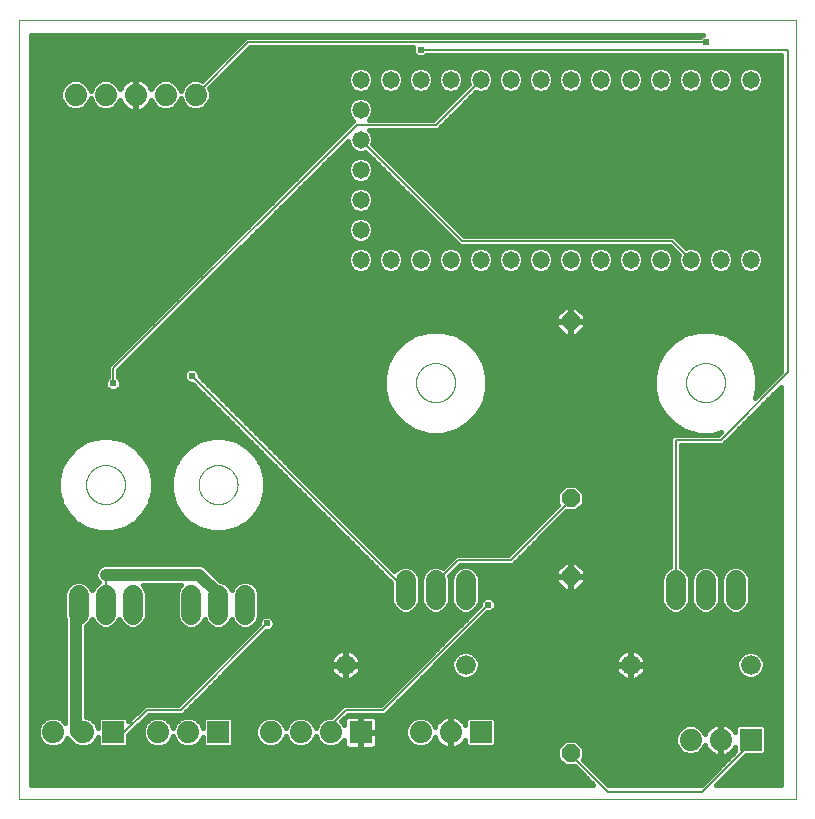
<source format=gbl>
G75*
%MOIN*%
%OFA0B0*%
%FSLAX25Y25*%
%IPPOS*%
%LPD*%
%AMOC8*
5,1,8,0,0,1.08239X$1,22.5*
%
%ADD10C,0.00000*%
%ADD11OC8,0.06000*%
%ADD12C,0.07400*%
%ADD13C,0.06600*%
%ADD14R,0.07400X0.07400*%
%ADD15C,0.06600*%
%ADD16C,0.05800*%
%ADD17C,0.00600*%
%ADD18C,0.02400*%
%ADD19C,0.01600*%
%ADD20C,0.04000*%
D10*
X0003099Y0001839D02*
X0261800Y0001839D01*
X0261800Y0261800D01*
X0003099Y0261800D01*
X0003099Y0001839D01*
X0025300Y0106800D02*
X0025302Y0106961D01*
X0025308Y0107121D01*
X0025318Y0107282D01*
X0025332Y0107442D01*
X0025350Y0107602D01*
X0025371Y0107761D01*
X0025397Y0107920D01*
X0025427Y0108078D01*
X0025460Y0108235D01*
X0025498Y0108392D01*
X0025539Y0108547D01*
X0025584Y0108701D01*
X0025633Y0108854D01*
X0025686Y0109006D01*
X0025742Y0109157D01*
X0025803Y0109306D01*
X0025866Y0109454D01*
X0025934Y0109600D01*
X0026005Y0109744D01*
X0026079Y0109886D01*
X0026157Y0110027D01*
X0026239Y0110165D01*
X0026324Y0110302D01*
X0026412Y0110436D01*
X0026504Y0110568D01*
X0026599Y0110698D01*
X0026697Y0110826D01*
X0026798Y0110951D01*
X0026902Y0111073D01*
X0027009Y0111193D01*
X0027119Y0111310D01*
X0027232Y0111425D01*
X0027348Y0111536D01*
X0027467Y0111645D01*
X0027588Y0111750D01*
X0027712Y0111853D01*
X0027838Y0111953D01*
X0027966Y0112049D01*
X0028097Y0112142D01*
X0028231Y0112232D01*
X0028366Y0112319D01*
X0028504Y0112402D01*
X0028643Y0112482D01*
X0028785Y0112558D01*
X0028928Y0112631D01*
X0029073Y0112700D01*
X0029220Y0112766D01*
X0029368Y0112828D01*
X0029518Y0112886D01*
X0029669Y0112941D01*
X0029822Y0112992D01*
X0029976Y0113039D01*
X0030131Y0113082D01*
X0030287Y0113121D01*
X0030443Y0113157D01*
X0030601Y0113188D01*
X0030759Y0113216D01*
X0030918Y0113240D01*
X0031078Y0113260D01*
X0031238Y0113276D01*
X0031398Y0113288D01*
X0031559Y0113296D01*
X0031720Y0113300D01*
X0031880Y0113300D01*
X0032041Y0113296D01*
X0032202Y0113288D01*
X0032362Y0113276D01*
X0032522Y0113260D01*
X0032682Y0113240D01*
X0032841Y0113216D01*
X0032999Y0113188D01*
X0033157Y0113157D01*
X0033313Y0113121D01*
X0033469Y0113082D01*
X0033624Y0113039D01*
X0033778Y0112992D01*
X0033931Y0112941D01*
X0034082Y0112886D01*
X0034232Y0112828D01*
X0034380Y0112766D01*
X0034527Y0112700D01*
X0034672Y0112631D01*
X0034815Y0112558D01*
X0034957Y0112482D01*
X0035096Y0112402D01*
X0035234Y0112319D01*
X0035369Y0112232D01*
X0035503Y0112142D01*
X0035634Y0112049D01*
X0035762Y0111953D01*
X0035888Y0111853D01*
X0036012Y0111750D01*
X0036133Y0111645D01*
X0036252Y0111536D01*
X0036368Y0111425D01*
X0036481Y0111310D01*
X0036591Y0111193D01*
X0036698Y0111073D01*
X0036802Y0110951D01*
X0036903Y0110826D01*
X0037001Y0110698D01*
X0037096Y0110568D01*
X0037188Y0110436D01*
X0037276Y0110302D01*
X0037361Y0110165D01*
X0037443Y0110027D01*
X0037521Y0109886D01*
X0037595Y0109744D01*
X0037666Y0109600D01*
X0037734Y0109454D01*
X0037797Y0109306D01*
X0037858Y0109157D01*
X0037914Y0109006D01*
X0037967Y0108854D01*
X0038016Y0108701D01*
X0038061Y0108547D01*
X0038102Y0108392D01*
X0038140Y0108235D01*
X0038173Y0108078D01*
X0038203Y0107920D01*
X0038229Y0107761D01*
X0038250Y0107602D01*
X0038268Y0107442D01*
X0038282Y0107282D01*
X0038292Y0107121D01*
X0038298Y0106961D01*
X0038300Y0106800D01*
X0038298Y0106639D01*
X0038292Y0106479D01*
X0038282Y0106318D01*
X0038268Y0106158D01*
X0038250Y0105998D01*
X0038229Y0105839D01*
X0038203Y0105680D01*
X0038173Y0105522D01*
X0038140Y0105365D01*
X0038102Y0105208D01*
X0038061Y0105053D01*
X0038016Y0104899D01*
X0037967Y0104746D01*
X0037914Y0104594D01*
X0037858Y0104443D01*
X0037797Y0104294D01*
X0037734Y0104146D01*
X0037666Y0104000D01*
X0037595Y0103856D01*
X0037521Y0103714D01*
X0037443Y0103573D01*
X0037361Y0103435D01*
X0037276Y0103298D01*
X0037188Y0103164D01*
X0037096Y0103032D01*
X0037001Y0102902D01*
X0036903Y0102774D01*
X0036802Y0102649D01*
X0036698Y0102527D01*
X0036591Y0102407D01*
X0036481Y0102290D01*
X0036368Y0102175D01*
X0036252Y0102064D01*
X0036133Y0101955D01*
X0036012Y0101850D01*
X0035888Y0101747D01*
X0035762Y0101647D01*
X0035634Y0101551D01*
X0035503Y0101458D01*
X0035369Y0101368D01*
X0035234Y0101281D01*
X0035096Y0101198D01*
X0034957Y0101118D01*
X0034815Y0101042D01*
X0034672Y0100969D01*
X0034527Y0100900D01*
X0034380Y0100834D01*
X0034232Y0100772D01*
X0034082Y0100714D01*
X0033931Y0100659D01*
X0033778Y0100608D01*
X0033624Y0100561D01*
X0033469Y0100518D01*
X0033313Y0100479D01*
X0033157Y0100443D01*
X0032999Y0100412D01*
X0032841Y0100384D01*
X0032682Y0100360D01*
X0032522Y0100340D01*
X0032362Y0100324D01*
X0032202Y0100312D01*
X0032041Y0100304D01*
X0031880Y0100300D01*
X0031720Y0100300D01*
X0031559Y0100304D01*
X0031398Y0100312D01*
X0031238Y0100324D01*
X0031078Y0100340D01*
X0030918Y0100360D01*
X0030759Y0100384D01*
X0030601Y0100412D01*
X0030443Y0100443D01*
X0030287Y0100479D01*
X0030131Y0100518D01*
X0029976Y0100561D01*
X0029822Y0100608D01*
X0029669Y0100659D01*
X0029518Y0100714D01*
X0029368Y0100772D01*
X0029220Y0100834D01*
X0029073Y0100900D01*
X0028928Y0100969D01*
X0028785Y0101042D01*
X0028643Y0101118D01*
X0028504Y0101198D01*
X0028366Y0101281D01*
X0028231Y0101368D01*
X0028097Y0101458D01*
X0027966Y0101551D01*
X0027838Y0101647D01*
X0027712Y0101747D01*
X0027588Y0101850D01*
X0027467Y0101955D01*
X0027348Y0102064D01*
X0027232Y0102175D01*
X0027119Y0102290D01*
X0027009Y0102407D01*
X0026902Y0102527D01*
X0026798Y0102649D01*
X0026697Y0102774D01*
X0026599Y0102902D01*
X0026504Y0103032D01*
X0026412Y0103164D01*
X0026324Y0103298D01*
X0026239Y0103435D01*
X0026157Y0103573D01*
X0026079Y0103714D01*
X0026005Y0103856D01*
X0025934Y0104000D01*
X0025866Y0104146D01*
X0025803Y0104294D01*
X0025742Y0104443D01*
X0025686Y0104594D01*
X0025633Y0104746D01*
X0025584Y0104899D01*
X0025539Y0105053D01*
X0025498Y0105208D01*
X0025460Y0105365D01*
X0025427Y0105522D01*
X0025397Y0105680D01*
X0025371Y0105839D01*
X0025350Y0105998D01*
X0025332Y0106158D01*
X0025318Y0106318D01*
X0025308Y0106479D01*
X0025302Y0106639D01*
X0025300Y0106800D01*
X0062800Y0106800D02*
X0062802Y0106961D01*
X0062808Y0107121D01*
X0062818Y0107282D01*
X0062832Y0107442D01*
X0062850Y0107602D01*
X0062871Y0107761D01*
X0062897Y0107920D01*
X0062927Y0108078D01*
X0062960Y0108235D01*
X0062998Y0108392D01*
X0063039Y0108547D01*
X0063084Y0108701D01*
X0063133Y0108854D01*
X0063186Y0109006D01*
X0063242Y0109157D01*
X0063303Y0109306D01*
X0063366Y0109454D01*
X0063434Y0109600D01*
X0063505Y0109744D01*
X0063579Y0109886D01*
X0063657Y0110027D01*
X0063739Y0110165D01*
X0063824Y0110302D01*
X0063912Y0110436D01*
X0064004Y0110568D01*
X0064099Y0110698D01*
X0064197Y0110826D01*
X0064298Y0110951D01*
X0064402Y0111073D01*
X0064509Y0111193D01*
X0064619Y0111310D01*
X0064732Y0111425D01*
X0064848Y0111536D01*
X0064967Y0111645D01*
X0065088Y0111750D01*
X0065212Y0111853D01*
X0065338Y0111953D01*
X0065466Y0112049D01*
X0065597Y0112142D01*
X0065731Y0112232D01*
X0065866Y0112319D01*
X0066004Y0112402D01*
X0066143Y0112482D01*
X0066285Y0112558D01*
X0066428Y0112631D01*
X0066573Y0112700D01*
X0066720Y0112766D01*
X0066868Y0112828D01*
X0067018Y0112886D01*
X0067169Y0112941D01*
X0067322Y0112992D01*
X0067476Y0113039D01*
X0067631Y0113082D01*
X0067787Y0113121D01*
X0067943Y0113157D01*
X0068101Y0113188D01*
X0068259Y0113216D01*
X0068418Y0113240D01*
X0068578Y0113260D01*
X0068738Y0113276D01*
X0068898Y0113288D01*
X0069059Y0113296D01*
X0069220Y0113300D01*
X0069380Y0113300D01*
X0069541Y0113296D01*
X0069702Y0113288D01*
X0069862Y0113276D01*
X0070022Y0113260D01*
X0070182Y0113240D01*
X0070341Y0113216D01*
X0070499Y0113188D01*
X0070657Y0113157D01*
X0070813Y0113121D01*
X0070969Y0113082D01*
X0071124Y0113039D01*
X0071278Y0112992D01*
X0071431Y0112941D01*
X0071582Y0112886D01*
X0071732Y0112828D01*
X0071880Y0112766D01*
X0072027Y0112700D01*
X0072172Y0112631D01*
X0072315Y0112558D01*
X0072457Y0112482D01*
X0072596Y0112402D01*
X0072734Y0112319D01*
X0072869Y0112232D01*
X0073003Y0112142D01*
X0073134Y0112049D01*
X0073262Y0111953D01*
X0073388Y0111853D01*
X0073512Y0111750D01*
X0073633Y0111645D01*
X0073752Y0111536D01*
X0073868Y0111425D01*
X0073981Y0111310D01*
X0074091Y0111193D01*
X0074198Y0111073D01*
X0074302Y0110951D01*
X0074403Y0110826D01*
X0074501Y0110698D01*
X0074596Y0110568D01*
X0074688Y0110436D01*
X0074776Y0110302D01*
X0074861Y0110165D01*
X0074943Y0110027D01*
X0075021Y0109886D01*
X0075095Y0109744D01*
X0075166Y0109600D01*
X0075234Y0109454D01*
X0075297Y0109306D01*
X0075358Y0109157D01*
X0075414Y0109006D01*
X0075467Y0108854D01*
X0075516Y0108701D01*
X0075561Y0108547D01*
X0075602Y0108392D01*
X0075640Y0108235D01*
X0075673Y0108078D01*
X0075703Y0107920D01*
X0075729Y0107761D01*
X0075750Y0107602D01*
X0075768Y0107442D01*
X0075782Y0107282D01*
X0075792Y0107121D01*
X0075798Y0106961D01*
X0075800Y0106800D01*
X0075798Y0106639D01*
X0075792Y0106479D01*
X0075782Y0106318D01*
X0075768Y0106158D01*
X0075750Y0105998D01*
X0075729Y0105839D01*
X0075703Y0105680D01*
X0075673Y0105522D01*
X0075640Y0105365D01*
X0075602Y0105208D01*
X0075561Y0105053D01*
X0075516Y0104899D01*
X0075467Y0104746D01*
X0075414Y0104594D01*
X0075358Y0104443D01*
X0075297Y0104294D01*
X0075234Y0104146D01*
X0075166Y0104000D01*
X0075095Y0103856D01*
X0075021Y0103714D01*
X0074943Y0103573D01*
X0074861Y0103435D01*
X0074776Y0103298D01*
X0074688Y0103164D01*
X0074596Y0103032D01*
X0074501Y0102902D01*
X0074403Y0102774D01*
X0074302Y0102649D01*
X0074198Y0102527D01*
X0074091Y0102407D01*
X0073981Y0102290D01*
X0073868Y0102175D01*
X0073752Y0102064D01*
X0073633Y0101955D01*
X0073512Y0101850D01*
X0073388Y0101747D01*
X0073262Y0101647D01*
X0073134Y0101551D01*
X0073003Y0101458D01*
X0072869Y0101368D01*
X0072734Y0101281D01*
X0072596Y0101198D01*
X0072457Y0101118D01*
X0072315Y0101042D01*
X0072172Y0100969D01*
X0072027Y0100900D01*
X0071880Y0100834D01*
X0071732Y0100772D01*
X0071582Y0100714D01*
X0071431Y0100659D01*
X0071278Y0100608D01*
X0071124Y0100561D01*
X0070969Y0100518D01*
X0070813Y0100479D01*
X0070657Y0100443D01*
X0070499Y0100412D01*
X0070341Y0100384D01*
X0070182Y0100360D01*
X0070022Y0100340D01*
X0069862Y0100324D01*
X0069702Y0100312D01*
X0069541Y0100304D01*
X0069380Y0100300D01*
X0069220Y0100300D01*
X0069059Y0100304D01*
X0068898Y0100312D01*
X0068738Y0100324D01*
X0068578Y0100340D01*
X0068418Y0100360D01*
X0068259Y0100384D01*
X0068101Y0100412D01*
X0067943Y0100443D01*
X0067787Y0100479D01*
X0067631Y0100518D01*
X0067476Y0100561D01*
X0067322Y0100608D01*
X0067169Y0100659D01*
X0067018Y0100714D01*
X0066868Y0100772D01*
X0066720Y0100834D01*
X0066573Y0100900D01*
X0066428Y0100969D01*
X0066285Y0101042D01*
X0066143Y0101118D01*
X0066004Y0101198D01*
X0065866Y0101281D01*
X0065731Y0101368D01*
X0065597Y0101458D01*
X0065466Y0101551D01*
X0065338Y0101647D01*
X0065212Y0101747D01*
X0065088Y0101850D01*
X0064967Y0101955D01*
X0064848Y0102064D01*
X0064732Y0102175D01*
X0064619Y0102290D01*
X0064509Y0102407D01*
X0064402Y0102527D01*
X0064298Y0102649D01*
X0064197Y0102774D01*
X0064099Y0102902D01*
X0064004Y0103032D01*
X0063912Y0103164D01*
X0063824Y0103298D01*
X0063739Y0103435D01*
X0063657Y0103573D01*
X0063579Y0103714D01*
X0063505Y0103856D01*
X0063434Y0104000D01*
X0063366Y0104146D01*
X0063303Y0104294D01*
X0063242Y0104443D01*
X0063186Y0104594D01*
X0063133Y0104746D01*
X0063084Y0104899D01*
X0063039Y0105053D01*
X0062998Y0105208D01*
X0062960Y0105365D01*
X0062927Y0105522D01*
X0062897Y0105680D01*
X0062871Y0105839D01*
X0062850Y0105998D01*
X0062832Y0106158D01*
X0062818Y0106318D01*
X0062808Y0106479D01*
X0062802Y0106639D01*
X0062800Y0106800D01*
X0135300Y0140800D02*
X0135302Y0140961D01*
X0135308Y0141121D01*
X0135318Y0141282D01*
X0135332Y0141442D01*
X0135350Y0141602D01*
X0135371Y0141761D01*
X0135397Y0141920D01*
X0135427Y0142078D01*
X0135460Y0142235D01*
X0135498Y0142392D01*
X0135539Y0142547D01*
X0135584Y0142701D01*
X0135633Y0142854D01*
X0135686Y0143006D01*
X0135742Y0143157D01*
X0135803Y0143306D01*
X0135866Y0143454D01*
X0135934Y0143600D01*
X0136005Y0143744D01*
X0136079Y0143886D01*
X0136157Y0144027D01*
X0136239Y0144165D01*
X0136324Y0144302D01*
X0136412Y0144436D01*
X0136504Y0144568D01*
X0136599Y0144698D01*
X0136697Y0144826D01*
X0136798Y0144951D01*
X0136902Y0145073D01*
X0137009Y0145193D01*
X0137119Y0145310D01*
X0137232Y0145425D01*
X0137348Y0145536D01*
X0137467Y0145645D01*
X0137588Y0145750D01*
X0137712Y0145853D01*
X0137838Y0145953D01*
X0137966Y0146049D01*
X0138097Y0146142D01*
X0138231Y0146232D01*
X0138366Y0146319D01*
X0138504Y0146402D01*
X0138643Y0146482D01*
X0138785Y0146558D01*
X0138928Y0146631D01*
X0139073Y0146700D01*
X0139220Y0146766D01*
X0139368Y0146828D01*
X0139518Y0146886D01*
X0139669Y0146941D01*
X0139822Y0146992D01*
X0139976Y0147039D01*
X0140131Y0147082D01*
X0140287Y0147121D01*
X0140443Y0147157D01*
X0140601Y0147188D01*
X0140759Y0147216D01*
X0140918Y0147240D01*
X0141078Y0147260D01*
X0141238Y0147276D01*
X0141398Y0147288D01*
X0141559Y0147296D01*
X0141720Y0147300D01*
X0141880Y0147300D01*
X0142041Y0147296D01*
X0142202Y0147288D01*
X0142362Y0147276D01*
X0142522Y0147260D01*
X0142682Y0147240D01*
X0142841Y0147216D01*
X0142999Y0147188D01*
X0143157Y0147157D01*
X0143313Y0147121D01*
X0143469Y0147082D01*
X0143624Y0147039D01*
X0143778Y0146992D01*
X0143931Y0146941D01*
X0144082Y0146886D01*
X0144232Y0146828D01*
X0144380Y0146766D01*
X0144527Y0146700D01*
X0144672Y0146631D01*
X0144815Y0146558D01*
X0144957Y0146482D01*
X0145096Y0146402D01*
X0145234Y0146319D01*
X0145369Y0146232D01*
X0145503Y0146142D01*
X0145634Y0146049D01*
X0145762Y0145953D01*
X0145888Y0145853D01*
X0146012Y0145750D01*
X0146133Y0145645D01*
X0146252Y0145536D01*
X0146368Y0145425D01*
X0146481Y0145310D01*
X0146591Y0145193D01*
X0146698Y0145073D01*
X0146802Y0144951D01*
X0146903Y0144826D01*
X0147001Y0144698D01*
X0147096Y0144568D01*
X0147188Y0144436D01*
X0147276Y0144302D01*
X0147361Y0144165D01*
X0147443Y0144027D01*
X0147521Y0143886D01*
X0147595Y0143744D01*
X0147666Y0143600D01*
X0147734Y0143454D01*
X0147797Y0143306D01*
X0147858Y0143157D01*
X0147914Y0143006D01*
X0147967Y0142854D01*
X0148016Y0142701D01*
X0148061Y0142547D01*
X0148102Y0142392D01*
X0148140Y0142235D01*
X0148173Y0142078D01*
X0148203Y0141920D01*
X0148229Y0141761D01*
X0148250Y0141602D01*
X0148268Y0141442D01*
X0148282Y0141282D01*
X0148292Y0141121D01*
X0148298Y0140961D01*
X0148300Y0140800D01*
X0148298Y0140639D01*
X0148292Y0140479D01*
X0148282Y0140318D01*
X0148268Y0140158D01*
X0148250Y0139998D01*
X0148229Y0139839D01*
X0148203Y0139680D01*
X0148173Y0139522D01*
X0148140Y0139365D01*
X0148102Y0139208D01*
X0148061Y0139053D01*
X0148016Y0138899D01*
X0147967Y0138746D01*
X0147914Y0138594D01*
X0147858Y0138443D01*
X0147797Y0138294D01*
X0147734Y0138146D01*
X0147666Y0138000D01*
X0147595Y0137856D01*
X0147521Y0137714D01*
X0147443Y0137573D01*
X0147361Y0137435D01*
X0147276Y0137298D01*
X0147188Y0137164D01*
X0147096Y0137032D01*
X0147001Y0136902D01*
X0146903Y0136774D01*
X0146802Y0136649D01*
X0146698Y0136527D01*
X0146591Y0136407D01*
X0146481Y0136290D01*
X0146368Y0136175D01*
X0146252Y0136064D01*
X0146133Y0135955D01*
X0146012Y0135850D01*
X0145888Y0135747D01*
X0145762Y0135647D01*
X0145634Y0135551D01*
X0145503Y0135458D01*
X0145369Y0135368D01*
X0145234Y0135281D01*
X0145096Y0135198D01*
X0144957Y0135118D01*
X0144815Y0135042D01*
X0144672Y0134969D01*
X0144527Y0134900D01*
X0144380Y0134834D01*
X0144232Y0134772D01*
X0144082Y0134714D01*
X0143931Y0134659D01*
X0143778Y0134608D01*
X0143624Y0134561D01*
X0143469Y0134518D01*
X0143313Y0134479D01*
X0143157Y0134443D01*
X0142999Y0134412D01*
X0142841Y0134384D01*
X0142682Y0134360D01*
X0142522Y0134340D01*
X0142362Y0134324D01*
X0142202Y0134312D01*
X0142041Y0134304D01*
X0141880Y0134300D01*
X0141720Y0134300D01*
X0141559Y0134304D01*
X0141398Y0134312D01*
X0141238Y0134324D01*
X0141078Y0134340D01*
X0140918Y0134360D01*
X0140759Y0134384D01*
X0140601Y0134412D01*
X0140443Y0134443D01*
X0140287Y0134479D01*
X0140131Y0134518D01*
X0139976Y0134561D01*
X0139822Y0134608D01*
X0139669Y0134659D01*
X0139518Y0134714D01*
X0139368Y0134772D01*
X0139220Y0134834D01*
X0139073Y0134900D01*
X0138928Y0134969D01*
X0138785Y0135042D01*
X0138643Y0135118D01*
X0138504Y0135198D01*
X0138366Y0135281D01*
X0138231Y0135368D01*
X0138097Y0135458D01*
X0137966Y0135551D01*
X0137838Y0135647D01*
X0137712Y0135747D01*
X0137588Y0135850D01*
X0137467Y0135955D01*
X0137348Y0136064D01*
X0137232Y0136175D01*
X0137119Y0136290D01*
X0137009Y0136407D01*
X0136902Y0136527D01*
X0136798Y0136649D01*
X0136697Y0136774D01*
X0136599Y0136902D01*
X0136504Y0137032D01*
X0136412Y0137164D01*
X0136324Y0137298D01*
X0136239Y0137435D01*
X0136157Y0137573D01*
X0136079Y0137714D01*
X0136005Y0137856D01*
X0135934Y0138000D01*
X0135866Y0138146D01*
X0135803Y0138294D01*
X0135742Y0138443D01*
X0135686Y0138594D01*
X0135633Y0138746D01*
X0135584Y0138899D01*
X0135539Y0139053D01*
X0135498Y0139208D01*
X0135460Y0139365D01*
X0135427Y0139522D01*
X0135397Y0139680D01*
X0135371Y0139839D01*
X0135350Y0139998D01*
X0135332Y0140158D01*
X0135318Y0140318D01*
X0135308Y0140479D01*
X0135302Y0140639D01*
X0135300Y0140800D01*
X0225300Y0140800D02*
X0225302Y0140961D01*
X0225308Y0141121D01*
X0225318Y0141282D01*
X0225332Y0141442D01*
X0225350Y0141602D01*
X0225371Y0141761D01*
X0225397Y0141920D01*
X0225427Y0142078D01*
X0225460Y0142235D01*
X0225498Y0142392D01*
X0225539Y0142547D01*
X0225584Y0142701D01*
X0225633Y0142854D01*
X0225686Y0143006D01*
X0225742Y0143157D01*
X0225803Y0143306D01*
X0225866Y0143454D01*
X0225934Y0143600D01*
X0226005Y0143744D01*
X0226079Y0143886D01*
X0226157Y0144027D01*
X0226239Y0144165D01*
X0226324Y0144302D01*
X0226412Y0144436D01*
X0226504Y0144568D01*
X0226599Y0144698D01*
X0226697Y0144826D01*
X0226798Y0144951D01*
X0226902Y0145073D01*
X0227009Y0145193D01*
X0227119Y0145310D01*
X0227232Y0145425D01*
X0227348Y0145536D01*
X0227467Y0145645D01*
X0227588Y0145750D01*
X0227712Y0145853D01*
X0227838Y0145953D01*
X0227966Y0146049D01*
X0228097Y0146142D01*
X0228231Y0146232D01*
X0228366Y0146319D01*
X0228504Y0146402D01*
X0228643Y0146482D01*
X0228785Y0146558D01*
X0228928Y0146631D01*
X0229073Y0146700D01*
X0229220Y0146766D01*
X0229368Y0146828D01*
X0229518Y0146886D01*
X0229669Y0146941D01*
X0229822Y0146992D01*
X0229976Y0147039D01*
X0230131Y0147082D01*
X0230287Y0147121D01*
X0230443Y0147157D01*
X0230601Y0147188D01*
X0230759Y0147216D01*
X0230918Y0147240D01*
X0231078Y0147260D01*
X0231238Y0147276D01*
X0231398Y0147288D01*
X0231559Y0147296D01*
X0231720Y0147300D01*
X0231880Y0147300D01*
X0232041Y0147296D01*
X0232202Y0147288D01*
X0232362Y0147276D01*
X0232522Y0147260D01*
X0232682Y0147240D01*
X0232841Y0147216D01*
X0232999Y0147188D01*
X0233157Y0147157D01*
X0233313Y0147121D01*
X0233469Y0147082D01*
X0233624Y0147039D01*
X0233778Y0146992D01*
X0233931Y0146941D01*
X0234082Y0146886D01*
X0234232Y0146828D01*
X0234380Y0146766D01*
X0234527Y0146700D01*
X0234672Y0146631D01*
X0234815Y0146558D01*
X0234957Y0146482D01*
X0235096Y0146402D01*
X0235234Y0146319D01*
X0235369Y0146232D01*
X0235503Y0146142D01*
X0235634Y0146049D01*
X0235762Y0145953D01*
X0235888Y0145853D01*
X0236012Y0145750D01*
X0236133Y0145645D01*
X0236252Y0145536D01*
X0236368Y0145425D01*
X0236481Y0145310D01*
X0236591Y0145193D01*
X0236698Y0145073D01*
X0236802Y0144951D01*
X0236903Y0144826D01*
X0237001Y0144698D01*
X0237096Y0144568D01*
X0237188Y0144436D01*
X0237276Y0144302D01*
X0237361Y0144165D01*
X0237443Y0144027D01*
X0237521Y0143886D01*
X0237595Y0143744D01*
X0237666Y0143600D01*
X0237734Y0143454D01*
X0237797Y0143306D01*
X0237858Y0143157D01*
X0237914Y0143006D01*
X0237967Y0142854D01*
X0238016Y0142701D01*
X0238061Y0142547D01*
X0238102Y0142392D01*
X0238140Y0142235D01*
X0238173Y0142078D01*
X0238203Y0141920D01*
X0238229Y0141761D01*
X0238250Y0141602D01*
X0238268Y0141442D01*
X0238282Y0141282D01*
X0238292Y0141121D01*
X0238298Y0140961D01*
X0238300Y0140800D01*
X0238298Y0140639D01*
X0238292Y0140479D01*
X0238282Y0140318D01*
X0238268Y0140158D01*
X0238250Y0139998D01*
X0238229Y0139839D01*
X0238203Y0139680D01*
X0238173Y0139522D01*
X0238140Y0139365D01*
X0238102Y0139208D01*
X0238061Y0139053D01*
X0238016Y0138899D01*
X0237967Y0138746D01*
X0237914Y0138594D01*
X0237858Y0138443D01*
X0237797Y0138294D01*
X0237734Y0138146D01*
X0237666Y0138000D01*
X0237595Y0137856D01*
X0237521Y0137714D01*
X0237443Y0137573D01*
X0237361Y0137435D01*
X0237276Y0137298D01*
X0237188Y0137164D01*
X0237096Y0137032D01*
X0237001Y0136902D01*
X0236903Y0136774D01*
X0236802Y0136649D01*
X0236698Y0136527D01*
X0236591Y0136407D01*
X0236481Y0136290D01*
X0236368Y0136175D01*
X0236252Y0136064D01*
X0236133Y0135955D01*
X0236012Y0135850D01*
X0235888Y0135747D01*
X0235762Y0135647D01*
X0235634Y0135551D01*
X0235503Y0135458D01*
X0235369Y0135368D01*
X0235234Y0135281D01*
X0235096Y0135198D01*
X0234957Y0135118D01*
X0234815Y0135042D01*
X0234672Y0134969D01*
X0234527Y0134900D01*
X0234380Y0134834D01*
X0234232Y0134772D01*
X0234082Y0134714D01*
X0233931Y0134659D01*
X0233778Y0134608D01*
X0233624Y0134561D01*
X0233469Y0134518D01*
X0233313Y0134479D01*
X0233157Y0134443D01*
X0232999Y0134412D01*
X0232841Y0134384D01*
X0232682Y0134360D01*
X0232522Y0134340D01*
X0232362Y0134324D01*
X0232202Y0134312D01*
X0232041Y0134304D01*
X0231880Y0134300D01*
X0231720Y0134300D01*
X0231559Y0134304D01*
X0231398Y0134312D01*
X0231238Y0134324D01*
X0231078Y0134340D01*
X0230918Y0134360D01*
X0230759Y0134384D01*
X0230601Y0134412D01*
X0230443Y0134443D01*
X0230287Y0134479D01*
X0230131Y0134518D01*
X0229976Y0134561D01*
X0229822Y0134608D01*
X0229669Y0134659D01*
X0229518Y0134714D01*
X0229368Y0134772D01*
X0229220Y0134834D01*
X0229073Y0134900D01*
X0228928Y0134969D01*
X0228785Y0135042D01*
X0228643Y0135118D01*
X0228504Y0135198D01*
X0228366Y0135281D01*
X0228231Y0135368D01*
X0228097Y0135458D01*
X0227966Y0135551D01*
X0227838Y0135647D01*
X0227712Y0135747D01*
X0227588Y0135850D01*
X0227467Y0135955D01*
X0227348Y0136064D01*
X0227232Y0136175D01*
X0227119Y0136290D01*
X0227009Y0136407D01*
X0226902Y0136527D01*
X0226798Y0136649D01*
X0226697Y0136774D01*
X0226599Y0136902D01*
X0226504Y0137032D01*
X0226412Y0137164D01*
X0226324Y0137298D01*
X0226239Y0137435D01*
X0226157Y0137573D01*
X0226079Y0137714D01*
X0226005Y0137856D01*
X0225934Y0138000D01*
X0225866Y0138146D01*
X0225803Y0138294D01*
X0225742Y0138443D01*
X0225686Y0138594D01*
X0225633Y0138746D01*
X0225584Y0138899D01*
X0225539Y0139053D01*
X0225498Y0139208D01*
X0225460Y0139365D01*
X0225427Y0139522D01*
X0225397Y0139680D01*
X0225371Y0139839D01*
X0225350Y0139998D01*
X0225332Y0140158D01*
X0225318Y0140318D01*
X0225308Y0140479D01*
X0225302Y0140639D01*
X0225300Y0140800D01*
D11*
X0186800Y0161300D03*
X0186800Y0102300D03*
X0186800Y0076300D03*
X0186800Y0017300D03*
D12*
X0146800Y0024300D03*
X0136800Y0024300D03*
X0106800Y0024300D03*
X0096800Y0024300D03*
X0086800Y0024300D03*
X0059300Y0024300D03*
X0049300Y0024300D03*
X0024300Y0024300D03*
X0014300Y0024300D03*
X0021800Y0236800D03*
X0031800Y0236800D03*
X0041800Y0236800D03*
X0051800Y0236800D03*
X0061800Y0236800D03*
X0226800Y0021800D03*
X0236800Y0021800D03*
D13*
X0246800Y0046800D03*
X0206800Y0046800D03*
X0151800Y0046800D03*
X0111800Y0046800D03*
D14*
X0116800Y0024300D03*
X0156800Y0024300D03*
X0069300Y0024300D03*
X0034300Y0024300D03*
X0246800Y0021800D03*
D15*
X0241800Y0068500D02*
X0241800Y0075100D01*
X0231800Y0075100D02*
X0231800Y0068500D01*
X0221800Y0068500D02*
X0221800Y0075100D01*
X0151800Y0075100D02*
X0151800Y0068500D01*
X0141800Y0068500D02*
X0141800Y0075100D01*
X0131800Y0075100D02*
X0131800Y0068500D01*
X0078300Y0070100D02*
X0078300Y0063500D01*
X0069300Y0063500D02*
X0069300Y0070100D01*
X0060300Y0070100D02*
X0060300Y0063500D01*
X0040800Y0063500D02*
X0040800Y0070100D01*
X0031800Y0070100D02*
X0031800Y0063500D01*
X0022800Y0063500D02*
X0022800Y0070100D01*
D16*
X0116800Y0181800D03*
X0116800Y0191800D03*
X0116800Y0201800D03*
X0116800Y0211800D03*
X0116800Y0221800D03*
X0116800Y0231800D03*
X0116800Y0241800D03*
X0126800Y0241800D03*
X0136800Y0241800D03*
X0146800Y0241800D03*
X0156800Y0241800D03*
X0166800Y0241800D03*
X0176800Y0241800D03*
X0186800Y0241800D03*
X0196800Y0241800D03*
X0206800Y0241800D03*
X0216800Y0241800D03*
X0226800Y0241800D03*
X0236800Y0241800D03*
X0246800Y0241800D03*
X0246800Y0181800D03*
X0236800Y0181800D03*
X0226800Y0181800D03*
X0216800Y0181800D03*
X0206800Y0181800D03*
X0196800Y0181800D03*
X0186800Y0181800D03*
X0176800Y0181800D03*
X0166800Y0181800D03*
X0156800Y0181800D03*
X0146800Y0181800D03*
X0136800Y0181800D03*
X0126800Y0181800D03*
D17*
X0150550Y0188050D02*
X0220550Y0188050D01*
X0226800Y0181800D01*
X0259300Y0144300D02*
X0259300Y0251800D01*
X0136800Y0251800D01*
X0156800Y0241800D02*
X0141800Y0226800D01*
X0115550Y0226800D01*
X0034300Y0145550D01*
X0034300Y0140550D01*
X0060550Y0143050D02*
X0131800Y0071800D01*
X0141800Y0071800D02*
X0141800Y0074300D01*
X0149300Y0081800D01*
X0166800Y0081800D01*
X0186800Y0101800D01*
X0186800Y0102300D01*
X0159300Y0066800D02*
X0124300Y0031800D01*
X0111800Y0031800D01*
X0106800Y0026800D01*
X0106800Y0024300D01*
X0085550Y0060550D02*
X0056800Y0031800D01*
X0045550Y0031800D01*
X0038050Y0024300D01*
X0034300Y0024300D01*
X0024300Y0024300D02*
X0021800Y0024300D01*
X0021800Y0066800D02*
X0022800Y0066800D01*
X0031800Y0066800D02*
X0031800Y0076800D01*
X0150550Y0188050D02*
X0116800Y0221800D01*
X0079300Y0254300D02*
X0061800Y0236800D01*
X0079300Y0254300D02*
X0231800Y0254300D01*
X0259300Y0144300D02*
X0236800Y0121800D01*
X0221800Y0121800D01*
X0221800Y0071800D01*
X0246800Y0021800D02*
X0246800Y0020550D01*
X0230550Y0004300D01*
X0199300Y0004300D01*
X0186800Y0016800D01*
X0186800Y0017300D01*
D18*
X0159300Y0066800D03*
X0085550Y0060550D03*
X0034300Y0140550D03*
X0060550Y0143050D03*
X0065550Y0149300D03*
X0136800Y0251800D03*
X0231800Y0254300D03*
D19*
X0230906Y0256744D02*
X0006800Y0256744D01*
X0006800Y0256800D02*
X0231041Y0256800D01*
X0230327Y0256504D01*
X0229823Y0256000D01*
X0078596Y0256000D01*
X0064003Y0241408D01*
X0062814Y0241900D01*
X0060786Y0241900D01*
X0058911Y0241124D01*
X0057476Y0239689D01*
X0056800Y0238056D01*
X0056124Y0239689D01*
X0054689Y0241124D01*
X0052814Y0241900D01*
X0050786Y0241900D01*
X0048911Y0241124D01*
X0047476Y0239689D01*
X0047010Y0238563D01*
X0046897Y0238911D01*
X0046504Y0239683D01*
X0045995Y0240383D01*
X0045383Y0240995D01*
X0044683Y0241504D01*
X0043911Y0241897D01*
X0043088Y0242165D01*
X0042233Y0242300D01*
X0042000Y0242300D01*
X0042000Y0237000D01*
X0041600Y0237000D01*
X0041600Y0242300D01*
X0041367Y0242300D01*
X0040512Y0242165D01*
X0039689Y0241897D01*
X0038917Y0241504D01*
X0038217Y0240995D01*
X0037605Y0240383D01*
X0037096Y0239683D01*
X0036703Y0238911D01*
X0036590Y0238563D01*
X0036124Y0239689D01*
X0034689Y0241124D01*
X0032814Y0241900D01*
X0030786Y0241900D01*
X0028911Y0241124D01*
X0027476Y0239689D01*
X0026800Y0238056D01*
X0026124Y0239689D01*
X0024689Y0241124D01*
X0022814Y0241900D01*
X0020786Y0241900D01*
X0018911Y0241124D01*
X0017476Y0239689D01*
X0016700Y0237814D01*
X0016700Y0235786D01*
X0017476Y0233911D01*
X0018911Y0232476D01*
X0020786Y0231700D01*
X0022814Y0231700D01*
X0024689Y0232476D01*
X0026124Y0233911D01*
X0026800Y0235544D01*
X0027476Y0233911D01*
X0028911Y0232476D01*
X0030786Y0231700D01*
X0032814Y0231700D01*
X0034689Y0232476D01*
X0036124Y0233911D01*
X0036590Y0235037D01*
X0036703Y0234689D01*
X0037096Y0233917D01*
X0037605Y0233217D01*
X0038217Y0232605D01*
X0038917Y0232096D01*
X0039689Y0231703D01*
X0040512Y0231435D01*
X0041367Y0231300D01*
X0041600Y0231300D01*
X0041600Y0236600D01*
X0042000Y0236600D01*
X0042000Y0231300D01*
X0042233Y0231300D01*
X0043088Y0231435D01*
X0043911Y0231703D01*
X0044683Y0232096D01*
X0045383Y0232605D01*
X0045995Y0233217D01*
X0046504Y0233917D01*
X0046897Y0234689D01*
X0047010Y0235037D01*
X0047476Y0233911D01*
X0048911Y0232476D01*
X0050786Y0231700D01*
X0052814Y0231700D01*
X0054689Y0232476D01*
X0056124Y0233911D01*
X0056800Y0235544D01*
X0057476Y0233911D01*
X0058911Y0232476D01*
X0060786Y0231700D01*
X0062814Y0231700D01*
X0064689Y0232476D01*
X0066124Y0233911D01*
X0066900Y0235786D01*
X0066900Y0237814D01*
X0066408Y0239003D01*
X0080004Y0252600D01*
X0134317Y0252600D01*
X0134200Y0252317D01*
X0134200Y0251283D01*
X0134596Y0250327D01*
X0135327Y0249596D01*
X0136283Y0249200D01*
X0137317Y0249200D01*
X0138273Y0249596D01*
X0138777Y0250100D01*
X0256800Y0250100D01*
X0256800Y0144204D01*
X0248361Y0135765D01*
X0249100Y0138522D01*
X0249100Y0143078D01*
X0247921Y0147478D01*
X0245643Y0151422D01*
X0242422Y0154643D01*
X0238478Y0156921D01*
X0234078Y0158100D01*
X0229522Y0158100D01*
X0225122Y0156921D01*
X0221178Y0154643D01*
X0217957Y0151422D01*
X0215679Y0147478D01*
X0214500Y0143078D01*
X0214500Y0138522D01*
X0215679Y0134122D01*
X0217957Y0130178D01*
X0221178Y0126957D01*
X0225122Y0124679D01*
X0229522Y0123500D01*
X0234078Y0123500D01*
X0236835Y0124239D01*
X0236096Y0123500D01*
X0221096Y0123500D01*
X0220100Y0122504D01*
X0220100Y0079483D01*
X0219138Y0079084D01*
X0217816Y0077762D01*
X0217100Y0076035D01*
X0217100Y0067565D01*
X0217816Y0065838D01*
X0219138Y0064516D01*
X0220865Y0063800D01*
X0222735Y0063800D01*
X0224462Y0064516D01*
X0225784Y0065838D01*
X0226500Y0067565D01*
X0226500Y0076035D01*
X0225784Y0077762D01*
X0224462Y0079084D01*
X0223500Y0079483D01*
X0223500Y0120100D01*
X0237504Y0120100D01*
X0256800Y0139396D01*
X0256800Y0006800D01*
X0235454Y0006800D01*
X0245354Y0016700D01*
X0251080Y0016700D01*
X0251900Y0017520D01*
X0251900Y0026080D01*
X0251080Y0026900D01*
X0242520Y0026900D01*
X0241700Y0026080D01*
X0241700Y0024298D01*
X0241504Y0024683D01*
X0240995Y0025383D01*
X0240383Y0025995D01*
X0239683Y0026504D01*
X0238911Y0026897D01*
X0238088Y0027165D01*
X0237233Y0027300D01*
X0237000Y0027300D01*
X0237000Y0022000D01*
X0236600Y0022000D01*
X0236600Y0027300D01*
X0236367Y0027300D01*
X0235512Y0027165D01*
X0234689Y0026897D01*
X0233917Y0026504D01*
X0233217Y0025995D01*
X0232605Y0025383D01*
X0232096Y0024683D01*
X0231703Y0023911D01*
X0231590Y0023563D01*
X0231124Y0024689D01*
X0229689Y0026124D01*
X0227814Y0026900D01*
X0225786Y0026900D01*
X0223911Y0026124D01*
X0222476Y0024689D01*
X0221700Y0022814D01*
X0221700Y0020786D01*
X0222476Y0018911D01*
X0223911Y0017476D01*
X0225786Y0016700D01*
X0227814Y0016700D01*
X0229689Y0017476D01*
X0231124Y0018911D01*
X0231590Y0020037D01*
X0231703Y0019689D01*
X0232096Y0018917D01*
X0232605Y0018217D01*
X0233217Y0017605D01*
X0233917Y0017096D01*
X0234689Y0016703D01*
X0235512Y0016435D01*
X0236367Y0016300D01*
X0236600Y0016300D01*
X0236600Y0021600D01*
X0237000Y0021600D01*
X0237000Y0016300D01*
X0237233Y0016300D01*
X0238088Y0016435D01*
X0238911Y0016703D01*
X0239683Y0017096D01*
X0240383Y0017605D01*
X0240995Y0018217D01*
X0241504Y0018917D01*
X0241700Y0019302D01*
X0241700Y0017854D01*
X0230646Y0006800D01*
X0199204Y0006800D01*
X0190863Y0015141D01*
X0191200Y0015477D01*
X0191200Y0019123D01*
X0188623Y0021700D01*
X0184977Y0021700D01*
X0182400Y0019123D01*
X0182400Y0015477D01*
X0184977Y0012900D01*
X0188296Y0012900D01*
X0194396Y0006800D01*
X0006800Y0006800D01*
X0006800Y0256800D01*
X0006800Y0255145D02*
X0077741Y0255145D01*
X0076143Y0253547D02*
X0006800Y0253547D01*
X0006800Y0251948D02*
X0074544Y0251948D01*
X0072946Y0250350D02*
X0006800Y0250350D01*
X0006800Y0248751D02*
X0071347Y0248751D01*
X0069749Y0247153D02*
X0006800Y0247153D01*
X0006800Y0245554D02*
X0068150Y0245554D01*
X0066552Y0243956D02*
X0006800Y0243956D01*
X0006800Y0242357D02*
X0064953Y0242357D01*
X0066564Y0239160D02*
X0113359Y0239160D01*
X0113155Y0239364D02*
X0114364Y0238155D01*
X0115945Y0237500D01*
X0117655Y0237500D01*
X0119236Y0238155D01*
X0120445Y0239364D01*
X0121100Y0240945D01*
X0121100Y0242655D01*
X0120445Y0244236D01*
X0119236Y0245445D01*
X0117655Y0246100D01*
X0115945Y0246100D01*
X0114364Y0245445D01*
X0113155Y0244236D01*
X0112500Y0242655D01*
X0112500Y0240945D01*
X0113155Y0239364D01*
X0112577Y0240759D02*
X0068163Y0240759D01*
X0069761Y0242357D02*
X0112500Y0242357D01*
X0113039Y0243956D02*
X0071360Y0243956D01*
X0072959Y0245554D02*
X0114627Y0245554D01*
X0118973Y0245554D02*
X0124627Y0245554D01*
X0124364Y0245445D02*
X0123155Y0244236D01*
X0122500Y0242655D01*
X0122500Y0240945D01*
X0123155Y0239364D01*
X0124364Y0238155D01*
X0125945Y0237500D01*
X0127655Y0237500D01*
X0129236Y0238155D01*
X0130445Y0239364D01*
X0131100Y0240945D01*
X0131100Y0242655D01*
X0130445Y0244236D01*
X0129236Y0245445D01*
X0127655Y0246100D01*
X0125945Y0246100D01*
X0124364Y0245445D01*
X0123039Y0243956D02*
X0120561Y0243956D01*
X0121100Y0242357D02*
X0122500Y0242357D01*
X0122577Y0240759D02*
X0121023Y0240759D01*
X0120241Y0239160D02*
X0123359Y0239160D01*
X0125795Y0237562D02*
X0117805Y0237562D01*
X0117655Y0236100D02*
X0115945Y0236100D01*
X0114364Y0235445D01*
X0113155Y0234236D01*
X0112500Y0232655D01*
X0112500Y0230945D01*
X0113155Y0229364D01*
X0114364Y0228155D01*
X0114461Y0228115D01*
X0033596Y0147250D01*
X0032600Y0146254D01*
X0032600Y0142527D01*
X0032096Y0142023D01*
X0031700Y0141067D01*
X0031700Y0140033D01*
X0032096Y0139077D01*
X0032827Y0138346D01*
X0033783Y0137950D01*
X0034817Y0137950D01*
X0035773Y0138346D01*
X0036504Y0139077D01*
X0036900Y0140033D01*
X0036900Y0141067D01*
X0036504Y0142023D01*
X0036000Y0142527D01*
X0036000Y0144846D01*
X0112500Y0221346D01*
X0112500Y0220945D01*
X0113155Y0219364D01*
X0114364Y0218155D01*
X0115945Y0217500D01*
X0117655Y0217500D01*
X0118391Y0217805D01*
X0148850Y0187346D01*
X0149846Y0186350D01*
X0219846Y0186350D01*
X0222805Y0183391D01*
X0222500Y0182655D01*
X0222500Y0180945D01*
X0223155Y0179364D01*
X0224364Y0178155D01*
X0225945Y0177500D01*
X0227655Y0177500D01*
X0229236Y0178155D01*
X0230445Y0179364D01*
X0231100Y0180945D01*
X0231100Y0182655D01*
X0230445Y0184236D01*
X0229236Y0185445D01*
X0227655Y0186100D01*
X0225945Y0186100D01*
X0225209Y0185795D01*
X0221254Y0189750D01*
X0151254Y0189750D01*
X0120795Y0220209D01*
X0121100Y0220945D01*
X0121100Y0222655D01*
X0120445Y0224236D01*
X0119581Y0225100D01*
X0142504Y0225100D01*
X0143500Y0226096D01*
X0155209Y0237805D01*
X0155945Y0237500D01*
X0157655Y0237500D01*
X0159236Y0238155D01*
X0160445Y0239364D01*
X0161100Y0240945D01*
X0161100Y0242655D01*
X0160445Y0244236D01*
X0159236Y0245445D01*
X0157655Y0246100D01*
X0155945Y0246100D01*
X0154364Y0245445D01*
X0153155Y0244236D01*
X0152500Y0242655D01*
X0152500Y0240945D01*
X0152805Y0240209D01*
X0141096Y0228500D01*
X0119581Y0228500D01*
X0120445Y0229364D01*
X0121100Y0230945D01*
X0121100Y0232655D01*
X0120445Y0234236D01*
X0119236Y0235445D01*
X0117655Y0236100D01*
X0117985Y0235963D02*
X0148559Y0235963D01*
X0147805Y0237562D02*
X0150158Y0237562D01*
X0149236Y0238155D02*
X0150445Y0239364D01*
X0151100Y0240945D01*
X0151100Y0242655D01*
X0150445Y0244236D01*
X0149236Y0245445D01*
X0147655Y0246100D01*
X0145945Y0246100D01*
X0144364Y0245445D01*
X0143155Y0244236D01*
X0142500Y0242655D01*
X0142500Y0240945D01*
X0143155Y0239364D01*
X0144364Y0238155D01*
X0145945Y0237500D01*
X0147655Y0237500D01*
X0149236Y0238155D01*
X0150241Y0239160D02*
X0151756Y0239160D01*
X0151023Y0240759D02*
X0152577Y0240759D01*
X0152500Y0242357D02*
X0151100Y0242357D01*
X0150561Y0243956D02*
X0153039Y0243956D01*
X0154627Y0245554D02*
X0148973Y0245554D01*
X0144627Y0245554D02*
X0138973Y0245554D01*
X0139236Y0245445D02*
X0137655Y0246100D01*
X0135945Y0246100D01*
X0134364Y0245445D01*
X0133155Y0244236D01*
X0132500Y0242655D01*
X0132500Y0240945D01*
X0133155Y0239364D01*
X0134364Y0238155D01*
X0135945Y0237500D01*
X0137655Y0237500D01*
X0139236Y0238155D01*
X0140445Y0239364D01*
X0141100Y0240945D01*
X0141100Y0242655D01*
X0140445Y0244236D01*
X0139236Y0245445D01*
X0140561Y0243956D02*
X0143039Y0243956D01*
X0142500Y0242357D02*
X0141100Y0242357D01*
X0141023Y0240759D02*
X0142577Y0240759D01*
X0143359Y0239160D02*
X0140241Y0239160D01*
X0137805Y0237562D02*
X0145795Y0237562D01*
X0146961Y0234365D02*
X0120316Y0234365D01*
X0121054Y0232766D02*
X0145362Y0232766D01*
X0143764Y0231168D02*
X0121100Y0231168D01*
X0120530Y0229569D02*
X0142165Y0229569D01*
X0143776Y0226372D02*
X0256800Y0226372D01*
X0256800Y0224774D02*
X0119907Y0224774D01*
X0120885Y0223175D02*
X0256800Y0223175D01*
X0256800Y0221577D02*
X0121100Y0221577D01*
X0121026Y0219978D02*
X0256800Y0219978D01*
X0256800Y0218380D02*
X0122624Y0218380D01*
X0124223Y0216781D02*
X0256800Y0216781D01*
X0256800Y0215183D02*
X0125821Y0215183D01*
X0127420Y0213584D02*
X0256800Y0213584D01*
X0256800Y0211986D02*
X0129019Y0211986D01*
X0130617Y0210387D02*
X0256800Y0210387D01*
X0256800Y0208789D02*
X0132216Y0208789D01*
X0133814Y0207190D02*
X0256800Y0207190D01*
X0256800Y0205592D02*
X0135413Y0205592D01*
X0137011Y0203993D02*
X0256800Y0203993D01*
X0256800Y0202395D02*
X0138610Y0202395D01*
X0140208Y0200796D02*
X0256800Y0200796D01*
X0256800Y0199198D02*
X0141807Y0199198D01*
X0143405Y0197599D02*
X0256800Y0197599D01*
X0256800Y0196001D02*
X0145004Y0196001D01*
X0146602Y0194402D02*
X0256800Y0194402D01*
X0256800Y0192803D02*
X0148201Y0192803D01*
X0149799Y0191205D02*
X0256800Y0191205D01*
X0256800Y0189606D02*
X0221398Y0189606D01*
X0222996Y0188008D02*
X0256800Y0188008D01*
X0256800Y0186409D02*
X0224595Y0186409D01*
X0222731Y0183212D02*
X0220869Y0183212D01*
X0221100Y0182655D02*
X0220445Y0184236D01*
X0219236Y0185445D01*
X0217655Y0186100D01*
X0215945Y0186100D01*
X0214364Y0185445D01*
X0213155Y0184236D01*
X0212500Y0182655D01*
X0212500Y0180945D01*
X0213155Y0179364D01*
X0214364Y0178155D01*
X0215945Y0177500D01*
X0217655Y0177500D01*
X0219236Y0178155D01*
X0220445Y0179364D01*
X0221100Y0180945D01*
X0221100Y0182655D01*
X0221100Y0181614D02*
X0222500Y0181614D01*
X0222885Y0180015D02*
X0220715Y0180015D01*
X0219498Y0178417D02*
X0224102Y0178417D01*
X0229498Y0178417D02*
X0234102Y0178417D01*
X0234364Y0178155D02*
X0235945Y0177500D01*
X0237655Y0177500D01*
X0239236Y0178155D01*
X0240445Y0179364D01*
X0241100Y0180945D01*
X0241100Y0182655D01*
X0240445Y0184236D01*
X0239236Y0185445D01*
X0237655Y0186100D01*
X0235945Y0186100D01*
X0234364Y0185445D01*
X0233155Y0184236D01*
X0232500Y0182655D01*
X0232500Y0180945D01*
X0233155Y0179364D01*
X0234364Y0178155D01*
X0232885Y0180015D02*
X0230715Y0180015D01*
X0231100Y0181614D02*
X0232500Y0181614D01*
X0232731Y0183212D02*
X0230869Y0183212D01*
X0229870Y0184811D02*
X0233730Y0184811D01*
X0239870Y0184811D02*
X0243730Y0184811D01*
X0243155Y0184236D02*
X0244364Y0185445D01*
X0245945Y0186100D01*
X0247655Y0186100D01*
X0249236Y0185445D01*
X0250445Y0184236D01*
X0251100Y0182655D01*
X0251100Y0180945D01*
X0250445Y0179364D01*
X0249236Y0178155D01*
X0247655Y0177500D01*
X0245945Y0177500D01*
X0244364Y0178155D01*
X0243155Y0179364D01*
X0242500Y0180945D01*
X0242500Y0182655D01*
X0243155Y0184236D01*
X0242731Y0183212D02*
X0240869Y0183212D01*
X0241100Y0181614D02*
X0242500Y0181614D01*
X0242885Y0180015D02*
X0240715Y0180015D01*
X0239498Y0178417D02*
X0244102Y0178417D01*
X0249498Y0178417D02*
X0256800Y0178417D01*
X0256800Y0180015D02*
X0250715Y0180015D01*
X0251100Y0181614D02*
X0256800Y0181614D01*
X0256800Y0183212D02*
X0250869Y0183212D01*
X0249870Y0184811D02*
X0256800Y0184811D01*
X0256800Y0176818D02*
X0067973Y0176818D01*
X0069571Y0178417D02*
X0114102Y0178417D01*
X0114364Y0178155D02*
X0115945Y0177500D01*
X0117655Y0177500D01*
X0119236Y0178155D01*
X0120445Y0179364D01*
X0121100Y0180945D01*
X0121100Y0182655D01*
X0120445Y0184236D01*
X0119236Y0185445D01*
X0117655Y0186100D01*
X0115945Y0186100D01*
X0114364Y0185445D01*
X0113155Y0184236D01*
X0112500Y0182655D01*
X0112500Y0180945D01*
X0113155Y0179364D01*
X0114364Y0178155D01*
X0112885Y0180015D02*
X0071170Y0180015D01*
X0072768Y0181614D02*
X0112500Y0181614D01*
X0112731Y0183212D02*
X0074367Y0183212D01*
X0075965Y0184811D02*
X0113730Y0184811D01*
X0114718Y0188008D02*
X0079162Y0188008D01*
X0077564Y0186409D02*
X0149786Y0186409D01*
X0149236Y0185445D02*
X0147655Y0186100D01*
X0145945Y0186100D01*
X0144364Y0185445D01*
X0143155Y0184236D01*
X0142500Y0182655D01*
X0142500Y0180945D01*
X0143155Y0179364D01*
X0144364Y0178155D01*
X0145945Y0177500D01*
X0147655Y0177500D01*
X0149236Y0178155D01*
X0150445Y0179364D01*
X0151100Y0180945D01*
X0151100Y0182655D01*
X0150445Y0184236D01*
X0149236Y0185445D01*
X0149870Y0184811D02*
X0153730Y0184811D01*
X0153155Y0184236D02*
X0154364Y0185445D01*
X0155945Y0186100D01*
X0157655Y0186100D01*
X0159236Y0185445D01*
X0160445Y0184236D01*
X0161100Y0182655D01*
X0161100Y0180945D01*
X0160445Y0179364D01*
X0159236Y0178155D01*
X0157655Y0177500D01*
X0155945Y0177500D01*
X0154364Y0178155D01*
X0153155Y0179364D01*
X0152500Y0180945D01*
X0152500Y0182655D01*
X0153155Y0184236D01*
X0152731Y0183212D02*
X0150869Y0183212D01*
X0151100Y0181614D02*
X0152500Y0181614D01*
X0152885Y0180015D02*
X0150715Y0180015D01*
X0149498Y0178417D02*
X0154102Y0178417D01*
X0159498Y0178417D02*
X0164102Y0178417D01*
X0164364Y0178155D02*
X0165945Y0177500D01*
X0167655Y0177500D01*
X0169236Y0178155D01*
X0170445Y0179364D01*
X0171100Y0180945D01*
X0171100Y0182655D01*
X0170445Y0184236D01*
X0169236Y0185445D01*
X0167655Y0186100D01*
X0165945Y0186100D01*
X0164364Y0185445D01*
X0163155Y0184236D01*
X0162500Y0182655D01*
X0162500Y0180945D01*
X0163155Y0179364D01*
X0164364Y0178155D01*
X0162885Y0180015D02*
X0160715Y0180015D01*
X0161100Y0181614D02*
X0162500Y0181614D01*
X0162731Y0183212D02*
X0160869Y0183212D01*
X0159870Y0184811D02*
X0163730Y0184811D01*
X0169870Y0184811D02*
X0173730Y0184811D01*
X0173155Y0184236D02*
X0172500Y0182655D01*
X0172500Y0180945D01*
X0173155Y0179364D01*
X0174364Y0178155D01*
X0175945Y0177500D01*
X0177655Y0177500D01*
X0179236Y0178155D01*
X0180445Y0179364D01*
X0181100Y0180945D01*
X0181100Y0182655D01*
X0180445Y0184236D01*
X0179236Y0185445D01*
X0177655Y0186100D01*
X0175945Y0186100D01*
X0174364Y0185445D01*
X0173155Y0184236D01*
X0172731Y0183212D02*
X0170869Y0183212D01*
X0171100Y0181614D02*
X0172500Y0181614D01*
X0172885Y0180015D02*
X0170715Y0180015D01*
X0169498Y0178417D02*
X0174102Y0178417D01*
X0179498Y0178417D02*
X0184102Y0178417D01*
X0184364Y0178155D02*
X0185945Y0177500D01*
X0187655Y0177500D01*
X0189236Y0178155D01*
X0190445Y0179364D01*
X0191100Y0180945D01*
X0191100Y0182655D01*
X0190445Y0184236D01*
X0189236Y0185445D01*
X0187655Y0186100D01*
X0185945Y0186100D01*
X0184364Y0185445D01*
X0183155Y0184236D01*
X0182500Y0182655D01*
X0182500Y0180945D01*
X0183155Y0179364D01*
X0184364Y0178155D01*
X0182885Y0180015D02*
X0180715Y0180015D01*
X0181100Y0181614D02*
X0182500Y0181614D01*
X0182731Y0183212D02*
X0180869Y0183212D01*
X0179870Y0184811D02*
X0183730Y0184811D01*
X0189870Y0184811D02*
X0193730Y0184811D01*
X0193155Y0184236D02*
X0194364Y0185445D01*
X0195945Y0186100D01*
X0197655Y0186100D01*
X0199236Y0185445D01*
X0200445Y0184236D01*
X0201100Y0182655D01*
X0201100Y0180945D01*
X0200445Y0179364D01*
X0199236Y0178155D01*
X0197655Y0177500D01*
X0195945Y0177500D01*
X0194364Y0178155D01*
X0193155Y0179364D01*
X0192500Y0180945D01*
X0192500Y0182655D01*
X0193155Y0184236D01*
X0192731Y0183212D02*
X0190869Y0183212D01*
X0191100Y0181614D02*
X0192500Y0181614D01*
X0192885Y0180015D02*
X0190715Y0180015D01*
X0189498Y0178417D02*
X0194102Y0178417D01*
X0199498Y0178417D02*
X0204102Y0178417D01*
X0204364Y0178155D02*
X0205945Y0177500D01*
X0207655Y0177500D01*
X0209236Y0178155D01*
X0210445Y0179364D01*
X0211100Y0180945D01*
X0211100Y0182655D01*
X0210445Y0184236D01*
X0209236Y0185445D01*
X0207655Y0186100D01*
X0205945Y0186100D01*
X0204364Y0185445D01*
X0203155Y0184236D01*
X0202500Y0182655D01*
X0202500Y0180945D01*
X0203155Y0179364D01*
X0204364Y0178155D01*
X0202885Y0180015D02*
X0200715Y0180015D01*
X0201100Y0181614D02*
X0202500Y0181614D01*
X0202731Y0183212D02*
X0200869Y0183212D01*
X0199870Y0184811D02*
X0203730Y0184811D01*
X0209870Y0184811D02*
X0213730Y0184811D01*
X0212731Y0183212D02*
X0210869Y0183212D01*
X0211100Y0181614D02*
X0212500Y0181614D01*
X0212885Y0180015D02*
X0210715Y0180015D01*
X0209498Y0178417D02*
X0214102Y0178417D01*
X0219870Y0184811D02*
X0221385Y0184811D01*
X0227792Y0157636D02*
X0189924Y0157636D01*
X0188788Y0156500D02*
X0191600Y0159312D01*
X0191600Y0161100D01*
X0187000Y0161100D01*
X0187000Y0161500D01*
X0186600Y0161500D01*
X0186600Y0166100D01*
X0184812Y0166100D01*
X0182000Y0163288D01*
X0182000Y0161500D01*
X0186600Y0161500D01*
X0186600Y0161100D01*
X0182000Y0161100D01*
X0182000Y0159312D01*
X0184812Y0156500D01*
X0186600Y0156500D01*
X0186600Y0161100D01*
X0187000Y0161100D01*
X0187000Y0156500D01*
X0188788Y0156500D01*
X0187000Y0157636D02*
X0186600Y0157636D01*
X0186600Y0159235D02*
X0187000Y0159235D01*
X0187000Y0160833D02*
X0186600Y0160833D01*
X0187000Y0161500D02*
X0191600Y0161500D01*
X0191600Y0163288D01*
X0188788Y0166100D01*
X0187000Y0166100D01*
X0187000Y0161500D01*
X0187000Y0162432D02*
X0186600Y0162432D01*
X0186600Y0164030D02*
X0187000Y0164030D01*
X0187000Y0165629D02*
X0186600Y0165629D01*
X0184341Y0165629D02*
X0056783Y0165629D01*
X0058381Y0167227D02*
X0256800Y0167227D01*
X0256800Y0165629D02*
X0189259Y0165629D01*
X0190858Y0164030D02*
X0256800Y0164030D01*
X0256800Y0162432D02*
X0191600Y0162432D01*
X0191600Y0160833D02*
X0256800Y0160833D01*
X0256800Y0159235D02*
X0191523Y0159235D01*
X0183676Y0157636D02*
X0145808Y0157636D01*
X0144078Y0158100D02*
X0139522Y0158100D01*
X0135122Y0156921D01*
X0131178Y0154643D01*
X0127957Y0151422D01*
X0125679Y0147478D01*
X0124500Y0143078D01*
X0124500Y0138522D01*
X0125679Y0134122D01*
X0127957Y0130178D01*
X0131178Y0126957D01*
X0135122Y0124679D01*
X0139522Y0123500D01*
X0144078Y0123500D01*
X0148478Y0124679D01*
X0152422Y0126957D01*
X0155643Y0130178D01*
X0157921Y0134122D01*
X0159100Y0138522D01*
X0159100Y0143078D01*
X0157921Y0147478D01*
X0155643Y0151422D01*
X0152422Y0154643D01*
X0148478Y0156921D01*
X0144078Y0158100D01*
X0150007Y0156038D02*
X0223593Y0156038D01*
X0220973Y0154439D02*
X0152627Y0154439D01*
X0154225Y0152841D02*
X0219375Y0152841D01*
X0217852Y0151242D02*
X0155748Y0151242D01*
X0156670Y0149644D02*
X0216930Y0149644D01*
X0216007Y0148045D02*
X0157593Y0148045D01*
X0158197Y0146447D02*
X0215403Y0146447D01*
X0214974Y0144848D02*
X0158626Y0144848D01*
X0159054Y0143250D02*
X0214546Y0143250D01*
X0214500Y0141651D02*
X0159100Y0141651D01*
X0159100Y0140053D02*
X0214500Y0140053D01*
X0214518Y0138454D02*
X0159082Y0138454D01*
X0158653Y0136856D02*
X0214947Y0136856D01*
X0215375Y0135257D02*
X0158225Y0135257D01*
X0157653Y0133659D02*
X0215947Y0133659D01*
X0216870Y0132060D02*
X0156730Y0132060D01*
X0155807Y0130462D02*
X0217793Y0130462D01*
X0219271Y0128863D02*
X0154329Y0128863D01*
X0152730Y0127265D02*
X0220870Y0127265D01*
X0223413Y0125666D02*
X0150187Y0125666D01*
X0146196Y0124068D02*
X0227404Y0124068D01*
X0223500Y0119272D02*
X0256800Y0119272D01*
X0256800Y0120870D02*
X0238275Y0120870D01*
X0239873Y0122469D02*
X0256800Y0122469D01*
X0256800Y0124068D02*
X0241472Y0124068D01*
X0243070Y0125666D02*
X0256800Y0125666D01*
X0256800Y0127265D02*
X0244669Y0127265D01*
X0246267Y0128863D02*
X0256800Y0128863D01*
X0256800Y0130462D02*
X0247866Y0130462D01*
X0249464Y0132060D02*
X0256800Y0132060D01*
X0256800Y0133659D02*
X0251063Y0133659D01*
X0252661Y0135257D02*
X0256800Y0135257D01*
X0256800Y0136856D02*
X0254260Y0136856D01*
X0255858Y0138454D02*
X0256800Y0138454D01*
X0254247Y0141651D02*
X0249100Y0141651D01*
X0249100Y0140053D02*
X0252648Y0140053D01*
X0251050Y0138454D02*
X0249082Y0138454D01*
X0249451Y0136856D02*
X0248653Y0136856D01*
X0249054Y0143250D02*
X0255845Y0143250D01*
X0256800Y0144848D02*
X0248626Y0144848D01*
X0248197Y0146447D02*
X0256800Y0146447D01*
X0256800Y0148045D02*
X0247593Y0148045D01*
X0246670Y0149644D02*
X0256800Y0149644D01*
X0256800Y0151242D02*
X0245748Y0151242D01*
X0244225Y0152841D02*
X0256800Y0152841D01*
X0256800Y0154439D02*
X0242627Y0154439D01*
X0240007Y0156038D02*
X0256800Y0156038D01*
X0256800Y0157636D02*
X0235808Y0157636D01*
X0256800Y0168826D02*
X0059980Y0168826D01*
X0061578Y0170424D02*
X0256800Y0170424D01*
X0256800Y0172023D02*
X0063177Y0172023D01*
X0064776Y0173621D02*
X0256800Y0173621D01*
X0256800Y0175220D02*
X0066374Y0175220D01*
X0064763Y0178417D02*
X0006800Y0178417D01*
X0006800Y0180015D02*
X0066361Y0180015D01*
X0067960Y0181614D02*
X0006800Y0181614D01*
X0006800Y0183212D02*
X0069558Y0183212D01*
X0071157Y0184811D02*
X0006800Y0184811D01*
X0006800Y0186409D02*
X0072755Y0186409D01*
X0074354Y0188008D02*
X0006800Y0188008D01*
X0006800Y0189606D02*
X0075952Y0189606D01*
X0077551Y0191205D02*
X0006800Y0191205D01*
X0006800Y0192803D02*
X0079149Y0192803D01*
X0080748Y0194402D02*
X0006800Y0194402D01*
X0006800Y0196001D02*
X0082346Y0196001D01*
X0083945Y0197599D02*
X0006800Y0197599D01*
X0006800Y0199198D02*
X0085543Y0199198D01*
X0087142Y0200796D02*
X0006800Y0200796D01*
X0006800Y0202395D02*
X0088740Y0202395D01*
X0090339Y0203993D02*
X0006800Y0203993D01*
X0006800Y0205592D02*
X0091937Y0205592D01*
X0093536Y0207190D02*
X0006800Y0207190D01*
X0006800Y0208789D02*
X0095134Y0208789D01*
X0096733Y0210387D02*
X0006800Y0210387D01*
X0006800Y0211986D02*
X0098331Y0211986D01*
X0099930Y0213584D02*
X0006800Y0213584D01*
X0006800Y0215183D02*
X0101528Y0215183D01*
X0103127Y0216781D02*
X0006800Y0216781D01*
X0006800Y0218380D02*
X0104726Y0218380D01*
X0106324Y0219978D02*
X0006800Y0219978D01*
X0006800Y0221577D02*
X0107923Y0221577D01*
X0109521Y0223175D02*
X0006800Y0223175D01*
X0006800Y0224774D02*
X0111120Y0224774D01*
X0112718Y0226372D02*
X0006800Y0226372D01*
X0006800Y0227971D02*
X0114317Y0227971D01*
X0113070Y0229569D02*
X0006800Y0229569D01*
X0006800Y0231168D02*
X0112500Y0231168D01*
X0112546Y0232766D02*
X0064979Y0232766D01*
X0066311Y0234365D02*
X0113284Y0234365D01*
X0115615Y0235963D02*
X0066900Y0235963D01*
X0066900Y0237562D02*
X0115795Y0237562D01*
X0127805Y0237562D02*
X0135795Y0237562D01*
X0133359Y0239160D02*
X0130241Y0239160D01*
X0131023Y0240759D02*
X0132577Y0240759D01*
X0132500Y0242357D02*
X0131100Y0242357D01*
X0130561Y0243956D02*
X0133039Y0243956D01*
X0134627Y0245554D02*
X0128973Y0245554D01*
X0134200Y0251948D02*
X0079353Y0251948D01*
X0077754Y0250350D02*
X0134586Y0250350D01*
X0151769Y0234365D02*
X0256800Y0234365D01*
X0256800Y0235963D02*
X0153367Y0235963D01*
X0154966Y0237562D02*
X0155795Y0237562D01*
X0157805Y0237562D02*
X0165795Y0237562D01*
X0165945Y0237500D02*
X0167655Y0237500D01*
X0169236Y0238155D01*
X0170445Y0239364D01*
X0171100Y0240945D01*
X0171100Y0242655D01*
X0170445Y0244236D01*
X0169236Y0245445D01*
X0167655Y0246100D01*
X0165945Y0246100D01*
X0164364Y0245445D01*
X0163155Y0244236D01*
X0162500Y0242655D01*
X0162500Y0240945D01*
X0163155Y0239364D01*
X0164364Y0238155D01*
X0165945Y0237500D01*
X0167805Y0237562D02*
X0175795Y0237562D01*
X0175945Y0237500D02*
X0177655Y0237500D01*
X0179236Y0238155D01*
X0180445Y0239364D01*
X0181100Y0240945D01*
X0181100Y0242655D01*
X0180445Y0244236D01*
X0179236Y0245445D01*
X0177655Y0246100D01*
X0175945Y0246100D01*
X0174364Y0245445D01*
X0173155Y0244236D01*
X0172500Y0242655D01*
X0172500Y0240945D01*
X0173155Y0239364D01*
X0174364Y0238155D01*
X0175945Y0237500D01*
X0177805Y0237562D02*
X0185795Y0237562D01*
X0185945Y0237500D02*
X0187655Y0237500D01*
X0189236Y0238155D01*
X0190445Y0239364D01*
X0191100Y0240945D01*
X0191100Y0242655D01*
X0190445Y0244236D01*
X0189236Y0245445D01*
X0187655Y0246100D01*
X0185945Y0246100D01*
X0184364Y0245445D01*
X0183155Y0244236D01*
X0182500Y0242655D01*
X0182500Y0240945D01*
X0183155Y0239364D01*
X0184364Y0238155D01*
X0185945Y0237500D01*
X0187805Y0237562D02*
X0195795Y0237562D01*
X0195945Y0237500D02*
X0197655Y0237500D01*
X0199236Y0238155D01*
X0200445Y0239364D01*
X0201100Y0240945D01*
X0201100Y0242655D01*
X0200445Y0244236D01*
X0199236Y0245445D01*
X0197655Y0246100D01*
X0195945Y0246100D01*
X0194364Y0245445D01*
X0193155Y0244236D01*
X0192500Y0242655D01*
X0192500Y0240945D01*
X0193155Y0239364D01*
X0194364Y0238155D01*
X0195945Y0237500D01*
X0197805Y0237562D02*
X0205795Y0237562D01*
X0205945Y0237500D02*
X0207655Y0237500D01*
X0209236Y0238155D01*
X0210445Y0239364D01*
X0211100Y0240945D01*
X0211100Y0242655D01*
X0210445Y0244236D01*
X0209236Y0245445D01*
X0207655Y0246100D01*
X0205945Y0246100D01*
X0204364Y0245445D01*
X0203155Y0244236D01*
X0202500Y0242655D01*
X0202500Y0240945D01*
X0203155Y0239364D01*
X0204364Y0238155D01*
X0205945Y0237500D01*
X0207805Y0237562D02*
X0215795Y0237562D01*
X0215945Y0237500D02*
X0217655Y0237500D01*
X0219236Y0238155D01*
X0220445Y0239364D01*
X0221100Y0240945D01*
X0221100Y0242655D01*
X0220445Y0244236D01*
X0219236Y0245445D01*
X0217655Y0246100D01*
X0215945Y0246100D01*
X0214364Y0245445D01*
X0213155Y0244236D01*
X0212500Y0242655D01*
X0212500Y0240945D01*
X0213155Y0239364D01*
X0214364Y0238155D01*
X0215945Y0237500D01*
X0217805Y0237562D02*
X0225795Y0237562D01*
X0225945Y0237500D02*
X0227655Y0237500D01*
X0229236Y0238155D01*
X0230445Y0239364D01*
X0231100Y0240945D01*
X0231100Y0242655D01*
X0230445Y0244236D01*
X0229236Y0245445D01*
X0227655Y0246100D01*
X0225945Y0246100D01*
X0224364Y0245445D01*
X0223155Y0244236D01*
X0222500Y0242655D01*
X0222500Y0240945D01*
X0223155Y0239364D01*
X0224364Y0238155D01*
X0225945Y0237500D01*
X0227805Y0237562D02*
X0235795Y0237562D01*
X0235945Y0237500D02*
X0237655Y0237500D01*
X0239236Y0238155D01*
X0240445Y0239364D01*
X0241100Y0240945D01*
X0241100Y0242655D01*
X0240445Y0244236D01*
X0239236Y0245445D01*
X0237655Y0246100D01*
X0235945Y0246100D01*
X0234364Y0245445D01*
X0233155Y0244236D01*
X0232500Y0242655D01*
X0232500Y0240945D01*
X0233155Y0239364D01*
X0234364Y0238155D01*
X0235945Y0237500D01*
X0237805Y0237562D02*
X0245795Y0237562D01*
X0245945Y0237500D02*
X0247655Y0237500D01*
X0249236Y0238155D01*
X0250445Y0239364D01*
X0251100Y0240945D01*
X0251100Y0242655D01*
X0250445Y0244236D01*
X0249236Y0245445D01*
X0247655Y0246100D01*
X0245945Y0246100D01*
X0244364Y0245445D01*
X0243155Y0244236D01*
X0242500Y0242655D01*
X0242500Y0240945D01*
X0243155Y0239364D01*
X0244364Y0238155D01*
X0245945Y0237500D01*
X0247805Y0237562D02*
X0256800Y0237562D01*
X0256800Y0239160D02*
X0250241Y0239160D01*
X0251023Y0240759D02*
X0256800Y0240759D01*
X0256800Y0242357D02*
X0251100Y0242357D01*
X0250561Y0243956D02*
X0256800Y0243956D01*
X0256800Y0245554D02*
X0248973Y0245554D01*
X0244627Y0245554D02*
X0238973Y0245554D01*
X0240561Y0243956D02*
X0243039Y0243956D01*
X0242500Y0242357D02*
X0241100Y0242357D01*
X0241023Y0240759D02*
X0242577Y0240759D01*
X0243359Y0239160D02*
X0240241Y0239160D01*
X0233359Y0239160D02*
X0230241Y0239160D01*
X0231023Y0240759D02*
X0232577Y0240759D01*
X0232500Y0242357D02*
X0231100Y0242357D01*
X0230561Y0243956D02*
X0233039Y0243956D01*
X0234627Y0245554D02*
X0228973Y0245554D01*
X0224627Y0245554D02*
X0218973Y0245554D01*
X0220561Y0243956D02*
X0223039Y0243956D01*
X0222500Y0242357D02*
X0221100Y0242357D01*
X0221023Y0240759D02*
X0222577Y0240759D01*
X0223359Y0239160D02*
X0220241Y0239160D01*
X0213359Y0239160D02*
X0210241Y0239160D01*
X0211023Y0240759D02*
X0212577Y0240759D01*
X0212500Y0242357D02*
X0211100Y0242357D01*
X0210561Y0243956D02*
X0213039Y0243956D01*
X0214627Y0245554D02*
X0208973Y0245554D01*
X0204627Y0245554D02*
X0198973Y0245554D01*
X0200561Y0243956D02*
X0203039Y0243956D01*
X0202500Y0242357D02*
X0201100Y0242357D01*
X0201023Y0240759D02*
X0202577Y0240759D01*
X0203359Y0239160D02*
X0200241Y0239160D01*
X0193359Y0239160D02*
X0190241Y0239160D01*
X0191023Y0240759D02*
X0192577Y0240759D01*
X0192500Y0242357D02*
X0191100Y0242357D01*
X0190561Y0243956D02*
X0193039Y0243956D01*
X0194627Y0245554D02*
X0188973Y0245554D01*
X0184627Y0245554D02*
X0178973Y0245554D01*
X0180561Y0243956D02*
X0183039Y0243956D01*
X0182500Y0242357D02*
X0181100Y0242357D01*
X0181023Y0240759D02*
X0182577Y0240759D01*
X0183359Y0239160D02*
X0180241Y0239160D01*
X0173359Y0239160D02*
X0170241Y0239160D01*
X0171023Y0240759D02*
X0172577Y0240759D01*
X0172500Y0242357D02*
X0171100Y0242357D01*
X0170561Y0243956D02*
X0173039Y0243956D01*
X0174627Y0245554D02*
X0168973Y0245554D01*
X0164627Y0245554D02*
X0158973Y0245554D01*
X0160561Y0243956D02*
X0163039Y0243956D01*
X0162500Y0242357D02*
X0161100Y0242357D01*
X0161023Y0240759D02*
X0162577Y0240759D01*
X0163359Y0239160D02*
X0160241Y0239160D01*
X0150170Y0232766D02*
X0256800Y0232766D01*
X0256800Y0231168D02*
X0148572Y0231168D01*
X0146973Y0229569D02*
X0256800Y0229569D01*
X0256800Y0227971D02*
X0145375Y0227971D01*
X0127407Y0208789D02*
X0119870Y0208789D01*
X0120445Y0209364D02*
X0121100Y0210945D01*
X0121100Y0212655D01*
X0120445Y0214236D01*
X0119236Y0215445D01*
X0117655Y0216100D01*
X0115945Y0216100D01*
X0114364Y0215445D01*
X0113155Y0214236D01*
X0112500Y0212655D01*
X0112500Y0210945D01*
X0113155Y0209364D01*
X0114364Y0208155D01*
X0115945Y0207500D01*
X0117655Y0207500D01*
X0119236Y0208155D01*
X0120445Y0209364D01*
X0120869Y0210387D02*
X0125809Y0210387D01*
X0124210Y0211986D02*
X0121100Y0211986D01*
X0120715Y0213584D02*
X0122612Y0213584D01*
X0121013Y0215183D02*
X0119498Y0215183D01*
X0119415Y0216781D02*
X0107935Y0216781D01*
X0106337Y0215183D02*
X0114102Y0215183D01*
X0112885Y0213584D02*
X0104738Y0213584D01*
X0103140Y0211986D02*
X0112500Y0211986D01*
X0112731Y0210387D02*
X0101541Y0210387D01*
X0099943Y0208789D02*
X0113730Y0208789D01*
X0114364Y0205445D02*
X0115945Y0206100D01*
X0117655Y0206100D01*
X0119236Y0205445D01*
X0120445Y0204236D01*
X0121100Y0202655D01*
X0121100Y0200945D01*
X0120445Y0199364D01*
X0119236Y0198155D01*
X0117655Y0197500D01*
X0115945Y0197500D01*
X0114364Y0198155D01*
X0113155Y0199364D01*
X0112500Y0200945D01*
X0112500Y0202655D01*
X0113155Y0204236D01*
X0114364Y0205445D01*
X0114717Y0205592D02*
X0096746Y0205592D01*
X0098344Y0207190D02*
X0129006Y0207190D01*
X0130604Y0205592D02*
X0118883Y0205592D01*
X0120546Y0203993D02*
X0132203Y0203993D01*
X0133801Y0202395D02*
X0121100Y0202395D01*
X0121038Y0200796D02*
X0135400Y0200796D01*
X0136998Y0199198D02*
X0120279Y0199198D01*
X0117894Y0197599D02*
X0138597Y0197599D01*
X0140195Y0196001D02*
X0117895Y0196001D01*
X0117655Y0196100D02*
X0115945Y0196100D01*
X0114364Y0195445D01*
X0113155Y0194236D01*
X0112500Y0192655D01*
X0112500Y0190945D01*
X0113155Y0189364D01*
X0114364Y0188155D01*
X0115945Y0187500D01*
X0117655Y0187500D01*
X0119236Y0188155D01*
X0120445Y0189364D01*
X0121100Y0190945D01*
X0121100Y0192655D01*
X0120445Y0194236D01*
X0119236Y0195445D01*
X0117655Y0196100D01*
X0115705Y0196001D02*
X0087155Y0196001D01*
X0088753Y0197599D02*
X0115706Y0197599D01*
X0113321Y0199198D02*
X0090352Y0199198D01*
X0091950Y0200796D02*
X0112562Y0200796D01*
X0112500Y0202395D02*
X0093549Y0202395D01*
X0095147Y0203993D02*
X0113054Y0203993D01*
X0113321Y0194402D02*
X0085556Y0194402D01*
X0083958Y0192803D02*
X0112561Y0192803D01*
X0112500Y0191205D02*
X0082359Y0191205D01*
X0080761Y0189606D02*
X0113054Y0189606D01*
X0118882Y0188008D02*
X0148188Y0188008D01*
X0146589Y0189606D02*
X0120546Y0189606D01*
X0121100Y0191205D02*
X0144991Y0191205D01*
X0143392Y0192803D02*
X0121039Y0192803D01*
X0120279Y0194402D02*
X0141794Y0194402D01*
X0137655Y0186100D02*
X0135945Y0186100D01*
X0134364Y0185445D01*
X0133155Y0184236D01*
X0132500Y0182655D01*
X0132500Y0180945D01*
X0133155Y0179364D01*
X0134364Y0178155D01*
X0135945Y0177500D01*
X0137655Y0177500D01*
X0139236Y0178155D01*
X0140445Y0179364D01*
X0141100Y0180945D01*
X0141100Y0182655D01*
X0140445Y0184236D01*
X0139236Y0185445D01*
X0137655Y0186100D01*
X0139870Y0184811D02*
X0143730Y0184811D01*
X0142731Y0183212D02*
X0140869Y0183212D01*
X0141100Y0181614D02*
X0142500Y0181614D01*
X0142885Y0180015D02*
X0140715Y0180015D01*
X0139498Y0178417D02*
X0144102Y0178417D01*
X0134102Y0178417D02*
X0129498Y0178417D01*
X0129236Y0178155D02*
X0130445Y0179364D01*
X0131100Y0180945D01*
X0131100Y0182655D01*
X0130445Y0184236D01*
X0129236Y0185445D01*
X0127655Y0186100D01*
X0125945Y0186100D01*
X0124364Y0185445D01*
X0123155Y0184236D01*
X0122500Y0182655D01*
X0122500Y0180945D01*
X0123155Y0179364D01*
X0124364Y0178155D01*
X0125945Y0177500D01*
X0127655Y0177500D01*
X0129236Y0178155D01*
X0130715Y0180015D02*
X0132885Y0180015D01*
X0132500Y0181614D02*
X0131100Y0181614D01*
X0130869Y0183212D02*
X0132731Y0183212D01*
X0133730Y0184811D02*
X0129870Y0184811D01*
X0123730Y0184811D02*
X0119870Y0184811D01*
X0120869Y0183212D02*
X0122731Y0183212D01*
X0122500Y0181614D02*
X0121100Y0181614D01*
X0120715Y0180015D02*
X0122885Y0180015D01*
X0124102Y0178417D02*
X0119498Y0178417D01*
X0133593Y0156038D02*
X0047192Y0156038D01*
X0048790Y0157636D02*
X0137792Y0157636D01*
X0130973Y0154439D02*
X0045593Y0154439D01*
X0043995Y0152841D02*
X0129375Y0152841D01*
X0127852Y0151242D02*
X0042396Y0151242D01*
X0040798Y0149644D02*
X0126930Y0149644D01*
X0126007Y0148045D02*
X0039199Y0148045D01*
X0037601Y0146447D02*
X0125403Y0146447D01*
X0124974Y0144848D02*
X0062429Y0144848D01*
X0062754Y0144523D02*
X0062023Y0145254D01*
X0061067Y0145650D01*
X0060033Y0145650D01*
X0059077Y0145254D01*
X0058346Y0144523D01*
X0057950Y0143567D01*
X0057950Y0142533D01*
X0058346Y0141577D01*
X0059077Y0140846D01*
X0060033Y0140450D01*
X0060746Y0140450D01*
X0127100Y0074096D01*
X0127100Y0067565D01*
X0127816Y0065838D01*
X0129138Y0064516D01*
X0130865Y0063800D01*
X0132735Y0063800D01*
X0134462Y0064516D01*
X0135784Y0065838D01*
X0136500Y0067565D01*
X0136500Y0076035D01*
X0135784Y0077762D01*
X0134462Y0079084D01*
X0132735Y0079800D01*
X0130865Y0079800D01*
X0129138Y0079084D01*
X0128029Y0077975D01*
X0063150Y0142854D01*
X0063150Y0143567D01*
X0062754Y0144523D01*
X0063150Y0143250D02*
X0124546Y0143250D01*
X0124500Y0141651D02*
X0064353Y0141651D01*
X0065952Y0140053D02*
X0124500Y0140053D01*
X0124518Y0138454D02*
X0067550Y0138454D01*
X0069149Y0136856D02*
X0124947Y0136856D01*
X0125375Y0135257D02*
X0070747Y0135257D01*
X0072346Y0133659D02*
X0125947Y0133659D01*
X0126870Y0132060D02*
X0073944Y0132060D01*
X0075543Y0130462D02*
X0127793Y0130462D01*
X0129271Y0128863D02*
X0077141Y0128863D01*
X0078740Y0127265D02*
X0130870Y0127265D01*
X0133413Y0125666D02*
X0080338Y0125666D01*
X0081937Y0124068D02*
X0137404Y0124068D01*
X0109111Y0096893D02*
X0179489Y0096893D01*
X0181087Y0098491D02*
X0107513Y0098491D01*
X0105914Y0100090D02*
X0182686Y0100090D01*
X0182737Y0100141D02*
X0166096Y0083500D01*
X0148596Y0083500D01*
X0144263Y0079167D01*
X0142735Y0079800D01*
X0140865Y0079800D01*
X0139138Y0079084D01*
X0137816Y0077762D01*
X0137100Y0076035D01*
X0137100Y0067565D01*
X0137816Y0065838D01*
X0139138Y0064516D01*
X0140865Y0063800D01*
X0142735Y0063800D01*
X0144462Y0064516D01*
X0145784Y0065838D01*
X0146500Y0067565D01*
X0146500Y0076035D01*
X0146336Y0076432D01*
X0150004Y0080100D01*
X0167504Y0080100D01*
X0168500Y0081096D01*
X0185304Y0097900D01*
X0188623Y0097900D01*
X0191200Y0100477D01*
X0191200Y0104123D01*
X0188623Y0106700D01*
X0184977Y0106700D01*
X0182400Y0104123D01*
X0182400Y0100477D01*
X0182737Y0100141D01*
X0182400Y0101688D02*
X0104316Y0101688D01*
X0102717Y0103287D02*
X0182400Y0103287D01*
X0183163Y0104885D02*
X0101119Y0104885D01*
X0099520Y0106484D02*
X0184761Y0106484D01*
X0188839Y0106484D02*
X0220100Y0106484D01*
X0220100Y0108082D02*
X0097922Y0108082D01*
X0096323Y0109681D02*
X0220100Y0109681D01*
X0220100Y0111279D02*
X0094725Y0111279D01*
X0093126Y0112878D02*
X0220100Y0112878D01*
X0220100Y0114476D02*
X0091528Y0114476D01*
X0089929Y0116075D02*
X0220100Y0116075D01*
X0220100Y0117673D02*
X0088331Y0117673D01*
X0086732Y0119272D02*
X0220100Y0119272D01*
X0220100Y0120870D02*
X0085134Y0120870D01*
X0083535Y0122469D02*
X0220100Y0122469D01*
X0223500Y0117673D02*
X0256800Y0117673D01*
X0256800Y0116075D02*
X0223500Y0116075D01*
X0223500Y0114476D02*
X0256800Y0114476D01*
X0256800Y0112878D02*
X0223500Y0112878D01*
X0223500Y0111279D02*
X0256800Y0111279D01*
X0256800Y0109681D02*
X0223500Y0109681D01*
X0223500Y0108082D02*
X0256800Y0108082D01*
X0256800Y0106484D02*
X0223500Y0106484D01*
X0223500Y0104885D02*
X0256800Y0104885D01*
X0256800Y0103287D02*
X0223500Y0103287D01*
X0223500Y0101688D02*
X0256800Y0101688D01*
X0256800Y0100090D02*
X0223500Y0100090D01*
X0223500Y0098491D02*
X0256800Y0098491D01*
X0256800Y0096893D02*
X0223500Y0096893D01*
X0223500Y0095294D02*
X0256800Y0095294D01*
X0256800Y0093696D02*
X0223500Y0093696D01*
X0223500Y0092097D02*
X0256800Y0092097D01*
X0256800Y0090499D02*
X0223500Y0090499D01*
X0223500Y0088900D02*
X0256800Y0088900D01*
X0256800Y0087302D02*
X0223500Y0087302D01*
X0223500Y0085703D02*
X0256800Y0085703D01*
X0256800Y0084105D02*
X0223500Y0084105D01*
X0223500Y0082506D02*
X0256800Y0082506D01*
X0256800Y0080908D02*
X0223500Y0080908D01*
X0223920Y0079309D02*
X0229680Y0079309D01*
X0229138Y0079084D02*
X0230865Y0079800D01*
X0232735Y0079800D01*
X0234462Y0079084D01*
X0235784Y0077762D01*
X0236500Y0076035D01*
X0236500Y0067565D01*
X0235784Y0065838D01*
X0234462Y0064516D01*
X0232735Y0063800D01*
X0230865Y0063800D01*
X0229138Y0064516D01*
X0227816Y0065838D01*
X0227100Y0067565D01*
X0227100Y0076035D01*
X0227816Y0077762D01*
X0229138Y0079084D01*
X0227794Y0077711D02*
X0225806Y0077711D01*
X0226468Y0076112D02*
X0227132Y0076112D01*
X0227100Y0074514D02*
X0226500Y0074514D01*
X0226500Y0072915D02*
X0227100Y0072915D01*
X0227100Y0071317D02*
X0226500Y0071317D01*
X0226500Y0069718D02*
X0227100Y0069718D01*
X0227100Y0068120D02*
X0226500Y0068120D01*
X0226068Y0066521D02*
X0227532Y0066521D01*
X0228731Y0064923D02*
X0224869Y0064923D01*
X0218731Y0064923D02*
X0161100Y0064923D01*
X0160773Y0064596D02*
X0161504Y0065327D01*
X0161900Y0066283D01*
X0161900Y0067317D01*
X0161504Y0068273D01*
X0160773Y0069004D01*
X0159817Y0069400D01*
X0158783Y0069400D01*
X0157827Y0069004D01*
X0157096Y0068273D01*
X0156700Y0067317D01*
X0156700Y0066604D01*
X0123596Y0033500D01*
X0111096Y0033500D01*
X0106996Y0029400D01*
X0105786Y0029400D01*
X0103911Y0028624D01*
X0102476Y0027189D01*
X0101800Y0025556D01*
X0101124Y0027189D01*
X0099689Y0028624D01*
X0097814Y0029400D01*
X0095786Y0029400D01*
X0093911Y0028624D01*
X0092476Y0027189D01*
X0091800Y0025556D01*
X0091124Y0027189D01*
X0089689Y0028624D01*
X0087814Y0029400D01*
X0085786Y0029400D01*
X0083911Y0028624D01*
X0082476Y0027189D01*
X0081700Y0025314D01*
X0081700Y0023286D01*
X0082476Y0021411D01*
X0083911Y0019976D01*
X0085786Y0019200D01*
X0087814Y0019200D01*
X0089689Y0019976D01*
X0091124Y0021411D01*
X0091800Y0023044D01*
X0092476Y0021411D01*
X0093911Y0019976D01*
X0095786Y0019200D01*
X0097814Y0019200D01*
X0099689Y0019976D01*
X0101124Y0021411D01*
X0101800Y0023044D01*
X0102476Y0021411D01*
X0103911Y0019976D01*
X0105786Y0019200D01*
X0107814Y0019200D01*
X0109689Y0019976D01*
X0111124Y0021411D01*
X0111300Y0021837D01*
X0111300Y0020363D01*
X0111423Y0019905D01*
X0111660Y0019495D01*
X0111995Y0019160D01*
X0112405Y0018923D01*
X0112863Y0018800D01*
X0116600Y0018800D01*
X0116600Y0024100D01*
X0117000Y0024100D01*
X0117000Y0024500D01*
X0116600Y0024500D01*
X0116600Y0029800D01*
X0112863Y0029800D01*
X0112405Y0029677D01*
X0111995Y0029440D01*
X0111660Y0029105D01*
X0111423Y0028695D01*
X0111300Y0028237D01*
X0111300Y0026763D01*
X0111124Y0027189D01*
X0110358Y0027954D01*
X0112504Y0030100D01*
X0125004Y0030100D01*
X0126000Y0031096D01*
X0159104Y0064200D01*
X0159817Y0064200D01*
X0160773Y0064596D01*
X0161900Y0066521D02*
X0217532Y0066521D01*
X0217100Y0068120D02*
X0161568Y0068120D01*
X0158228Y0063324D02*
X0256800Y0063324D01*
X0256800Y0061726D02*
X0156630Y0061726D01*
X0155031Y0060127D02*
X0256800Y0060127D01*
X0256800Y0058529D02*
X0153433Y0058529D01*
X0151834Y0056930D02*
X0256800Y0056930D01*
X0256800Y0055332D02*
X0150236Y0055332D01*
X0148637Y0053733D02*
X0256800Y0053733D01*
X0256800Y0052134D02*
X0147039Y0052134D01*
X0145440Y0050536D02*
X0148889Y0050536D01*
X0149138Y0050784D02*
X0147816Y0049462D01*
X0147100Y0047735D01*
X0147100Y0045865D01*
X0147816Y0044138D01*
X0149138Y0042816D01*
X0150865Y0042100D01*
X0152735Y0042100D01*
X0154462Y0042816D01*
X0155784Y0044138D01*
X0156500Y0045865D01*
X0156500Y0047735D01*
X0155784Y0049462D01*
X0154462Y0050784D01*
X0152735Y0051500D01*
X0150865Y0051500D01*
X0149138Y0050784D01*
X0147598Y0048937D02*
X0143842Y0048937D01*
X0142243Y0047339D02*
X0147100Y0047339D01*
X0147152Y0045740D02*
X0140645Y0045740D01*
X0139046Y0044142D02*
X0147814Y0044142D01*
X0149795Y0042543D02*
X0137448Y0042543D01*
X0135849Y0040945D02*
X0256800Y0040945D01*
X0256800Y0042543D02*
X0248805Y0042543D01*
X0249462Y0042816D02*
X0250784Y0044138D01*
X0251500Y0045865D01*
X0251500Y0047735D01*
X0250784Y0049462D01*
X0249462Y0050784D01*
X0247735Y0051500D01*
X0245865Y0051500D01*
X0244138Y0050784D01*
X0242816Y0049462D01*
X0242100Y0047735D01*
X0242100Y0045865D01*
X0242816Y0044138D01*
X0244138Y0042816D01*
X0245865Y0042100D01*
X0247735Y0042100D01*
X0249462Y0042816D01*
X0250786Y0044142D02*
X0256800Y0044142D01*
X0256800Y0045740D02*
X0251448Y0045740D01*
X0251500Y0047339D02*
X0256800Y0047339D01*
X0256800Y0048937D02*
X0251002Y0048937D01*
X0249711Y0050536D02*
X0256800Y0050536D01*
X0256800Y0039346D02*
X0134251Y0039346D01*
X0132652Y0037748D02*
X0256800Y0037748D01*
X0256800Y0036149D02*
X0131054Y0036149D01*
X0129455Y0034551D02*
X0256800Y0034551D01*
X0256800Y0032952D02*
X0127857Y0032952D01*
X0126258Y0031354D02*
X0256800Y0031354D01*
X0256800Y0029755D02*
X0147515Y0029755D01*
X0147233Y0029800D02*
X0147000Y0029800D01*
X0147000Y0024500D01*
X0146600Y0024500D01*
X0146600Y0029800D01*
X0146367Y0029800D01*
X0145512Y0029665D01*
X0144689Y0029397D01*
X0143917Y0029004D01*
X0143217Y0028495D01*
X0142605Y0027883D01*
X0142096Y0027183D01*
X0141703Y0026411D01*
X0141590Y0026063D01*
X0141124Y0027189D01*
X0139689Y0028624D01*
X0137814Y0029400D01*
X0135786Y0029400D01*
X0133911Y0028624D01*
X0132476Y0027189D01*
X0131700Y0025314D01*
X0131700Y0023286D01*
X0132476Y0021411D01*
X0133911Y0019976D01*
X0135786Y0019200D01*
X0137814Y0019200D01*
X0139689Y0019976D01*
X0141124Y0021411D01*
X0141590Y0022537D01*
X0141703Y0022189D01*
X0142096Y0021417D01*
X0142605Y0020717D01*
X0143217Y0020105D01*
X0143917Y0019596D01*
X0144689Y0019203D01*
X0145512Y0018935D01*
X0146367Y0018800D01*
X0146600Y0018800D01*
X0146600Y0024100D01*
X0147000Y0024100D01*
X0147000Y0018800D01*
X0147233Y0018800D01*
X0148088Y0018935D01*
X0148911Y0019203D01*
X0149683Y0019596D01*
X0150383Y0020105D01*
X0150995Y0020717D01*
X0151504Y0021417D01*
X0151700Y0021802D01*
X0151700Y0020020D01*
X0152520Y0019200D01*
X0161080Y0019200D01*
X0161900Y0020020D01*
X0161900Y0028580D01*
X0161080Y0029400D01*
X0152520Y0029400D01*
X0151700Y0028580D01*
X0151700Y0026798D01*
X0151504Y0027183D01*
X0150995Y0027883D01*
X0150383Y0028495D01*
X0149683Y0029004D01*
X0148911Y0029397D01*
X0148088Y0029665D01*
X0147233Y0029800D01*
X0147000Y0029755D02*
X0146600Y0029755D01*
X0146085Y0029755D02*
X0120904Y0029755D01*
X0120737Y0029800D02*
X0117000Y0029800D01*
X0117000Y0024500D01*
X0122300Y0024500D01*
X0122300Y0028237D01*
X0122177Y0028695D01*
X0121940Y0029105D01*
X0121605Y0029440D01*
X0121195Y0029677D01*
X0120737Y0029800D01*
X0122300Y0028157D02*
X0133444Y0028157D01*
X0132215Y0026558D02*
X0122300Y0026558D01*
X0122300Y0024960D02*
X0131700Y0024960D01*
X0131700Y0023361D02*
X0122300Y0023361D01*
X0122300Y0024100D02*
X0122300Y0020363D01*
X0122177Y0019905D01*
X0121940Y0019495D01*
X0121605Y0019160D01*
X0121195Y0018923D01*
X0120737Y0018800D01*
X0117000Y0018800D01*
X0117000Y0024100D01*
X0122300Y0024100D01*
X0122300Y0021763D02*
X0132331Y0021763D01*
X0133723Y0020164D02*
X0122247Y0020164D01*
X0117000Y0020164D02*
X0116600Y0020164D01*
X0116600Y0021763D02*
X0117000Y0021763D01*
X0117000Y0023361D02*
X0116600Y0023361D01*
X0116600Y0024960D02*
X0117000Y0024960D01*
X0117000Y0026558D02*
X0116600Y0026558D01*
X0116600Y0028157D02*
X0117000Y0028157D01*
X0117000Y0029755D02*
X0116600Y0029755D01*
X0112696Y0029755D02*
X0112159Y0029755D01*
X0111300Y0028157D02*
X0110561Y0028157D01*
X0108950Y0031354D02*
X0058758Y0031354D01*
X0058500Y0031096D02*
X0085354Y0057950D01*
X0086067Y0057950D01*
X0087023Y0058346D01*
X0087754Y0059077D01*
X0088150Y0060033D01*
X0088150Y0061067D01*
X0087754Y0062023D01*
X0087023Y0062754D01*
X0086067Y0063150D01*
X0085033Y0063150D01*
X0084077Y0062754D01*
X0083346Y0062023D01*
X0082950Y0061067D01*
X0082950Y0060354D01*
X0056096Y0033500D01*
X0044846Y0033500D01*
X0039400Y0028054D01*
X0039400Y0028580D01*
X0038580Y0029400D01*
X0030020Y0029400D01*
X0029200Y0028580D01*
X0029200Y0025797D01*
X0028624Y0027189D01*
X0027189Y0028624D01*
X0025314Y0029400D01*
X0025200Y0029400D01*
X0025200Y0059407D01*
X0025462Y0059516D01*
X0026784Y0060838D01*
X0027300Y0062082D01*
X0027816Y0060838D01*
X0029138Y0059516D01*
X0030865Y0058800D01*
X0032735Y0058800D01*
X0034462Y0059516D01*
X0035784Y0060838D01*
X0036300Y0062082D01*
X0036816Y0060838D01*
X0038138Y0059516D01*
X0039865Y0058800D01*
X0041735Y0058800D01*
X0043462Y0059516D01*
X0044784Y0060838D01*
X0045500Y0062565D01*
X0045500Y0071035D01*
X0044784Y0072762D01*
X0044147Y0073400D01*
X0056953Y0073400D01*
X0056316Y0072762D01*
X0055600Y0071035D01*
X0055600Y0062565D01*
X0056316Y0060838D01*
X0057638Y0059516D01*
X0059365Y0058800D01*
X0061235Y0058800D01*
X0062962Y0059516D01*
X0064284Y0060838D01*
X0064800Y0062082D01*
X0065316Y0060838D01*
X0066638Y0059516D01*
X0068365Y0058800D01*
X0070235Y0058800D01*
X0071962Y0059516D01*
X0073284Y0060838D01*
X0073800Y0062082D01*
X0074316Y0060838D01*
X0075638Y0059516D01*
X0077365Y0058800D01*
X0079235Y0058800D01*
X0080962Y0059516D01*
X0082284Y0060838D01*
X0083000Y0062565D01*
X0083000Y0071035D01*
X0082284Y0072762D01*
X0080962Y0074084D01*
X0079235Y0074800D01*
X0077365Y0074800D01*
X0075638Y0074084D01*
X0074316Y0072762D01*
X0073800Y0071518D01*
X0073284Y0072762D01*
X0071962Y0074084D01*
X0070235Y0074800D01*
X0069858Y0074800D01*
X0064976Y0079682D01*
X0063726Y0080200D01*
X0031124Y0080200D01*
X0029874Y0079682D01*
X0028918Y0078726D01*
X0028400Y0077476D01*
X0028400Y0076124D01*
X0028918Y0074874D01*
X0029540Y0074251D01*
X0029138Y0074084D01*
X0027816Y0072762D01*
X0027300Y0071518D01*
X0026784Y0072762D01*
X0025462Y0074084D01*
X0023735Y0074800D01*
X0021865Y0074800D01*
X0020138Y0074084D01*
X0018816Y0072762D01*
X0018100Y0071035D01*
X0018100Y0062565D01*
X0018400Y0061841D01*
X0018400Y0027412D01*
X0017189Y0028624D01*
X0015314Y0029400D01*
X0013286Y0029400D01*
X0011411Y0028624D01*
X0009976Y0027189D01*
X0009200Y0025314D01*
X0009200Y0023286D01*
X0009976Y0021411D01*
X0011411Y0019976D01*
X0013286Y0019200D01*
X0015314Y0019200D01*
X0017189Y0019976D01*
X0018624Y0021411D01*
X0018992Y0022300D01*
X0019874Y0021418D01*
X0020038Y0021350D01*
X0021411Y0019976D01*
X0023286Y0019200D01*
X0025314Y0019200D01*
X0027189Y0019976D01*
X0028624Y0021411D01*
X0029200Y0022803D01*
X0029200Y0020020D01*
X0030020Y0019200D01*
X0038580Y0019200D01*
X0039400Y0020020D01*
X0039400Y0023246D01*
X0039750Y0023596D01*
X0046254Y0030100D01*
X0057504Y0030100D01*
X0058500Y0031096D01*
X0058286Y0029400D02*
X0056411Y0028624D01*
X0054976Y0027189D01*
X0054300Y0025556D01*
X0053624Y0027189D01*
X0052189Y0028624D01*
X0050314Y0029400D01*
X0048286Y0029400D01*
X0046411Y0028624D01*
X0044976Y0027189D01*
X0044200Y0025314D01*
X0044200Y0023286D01*
X0044976Y0021411D01*
X0046411Y0019976D01*
X0048286Y0019200D01*
X0050314Y0019200D01*
X0052189Y0019976D01*
X0053624Y0021411D01*
X0054300Y0023044D01*
X0054976Y0021411D01*
X0056411Y0019976D01*
X0058286Y0019200D01*
X0060314Y0019200D01*
X0062189Y0019976D01*
X0063624Y0021411D01*
X0064200Y0022803D01*
X0064200Y0020020D01*
X0065020Y0019200D01*
X0073580Y0019200D01*
X0074400Y0020020D01*
X0074400Y0028580D01*
X0073580Y0029400D01*
X0065020Y0029400D01*
X0064200Y0028580D01*
X0064200Y0025797D01*
X0063624Y0027189D01*
X0062189Y0028624D01*
X0060314Y0029400D01*
X0058286Y0029400D01*
X0055944Y0028157D02*
X0052656Y0028157D01*
X0053885Y0026558D02*
X0054715Y0026558D01*
X0054831Y0021763D02*
X0053769Y0021763D01*
X0052377Y0020164D02*
X0056223Y0020164D01*
X0062377Y0020164D02*
X0064200Y0020164D01*
X0064200Y0021763D02*
X0063769Y0021763D01*
X0063885Y0026558D02*
X0064200Y0026558D01*
X0064200Y0028157D02*
X0062656Y0028157D01*
X0060357Y0032952D02*
X0110548Y0032952D01*
X0107351Y0029755D02*
X0045909Y0029755D01*
X0045944Y0028157D02*
X0044311Y0028157D01*
X0044715Y0026558D02*
X0042712Y0026558D01*
X0044200Y0024960D02*
X0041114Y0024960D01*
X0039515Y0023361D02*
X0044200Y0023361D01*
X0044831Y0021763D02*
X0039400Y0021763D01*
X0039400Y0020164D02*
X0046223Y0020164D01*
X0039503Y0028157D02*
X0039400Y0028157D01*
X0041101Y0029755D02*
X0025200Y0029755D01*
X0025200Y0031354D02*
X0042700Y0031354D01*
X0044298Y0032952D02*
X0025200Y0032952D01*
X0025200Y0034551D02*
X0057147Y0034551D01*
X0058745Y0036149D02*
X0025200Y0036149D01*
X0025200Y0037748D02*
X0060344Y0037748D01*
X0061942Y0039346D02*
X0025200Y0039346D01*
X0025200Y0040945D02*
X0063541Y0040945D01*
X0065139Y0042543D02*
X0025200Y0042543D01*
X0025200Y0044142D02*
X0066738Y0044142D01*
X0068336Y0045740D02*
X0025200Y0045740D01*
X0025200Y0047339D02*
X0069935Y0047339D01*
X0071533Y0048937D02*
X0025200Y0048937D01*
X0025200Y0050536D02*
X0073132Y0050536D01*
X0074730Y0052134D02*
X0025200Y0052134D01*
X0025200Y0053733D02*
X0076329Y0053733D01*
X0077927Y0055332D02*
X0025200Y0055332D01*
X0025200Y0056930D02*
X0079526Y0056930D01*
X0081124Y0058529D02*
X0025200Y0058529D01*
X0026074Y0060127D02*
X0028526Y0060127D01*
X0027448Y0061726D02*
X0027152Y0061726D01*
X0035074Y0060127D02*
X0037526Y0060127D01*
X0036448Y0061726D02*
X0036152Y0061726D01*
X0044074Y0060127D02*
X0057026Y0060127D01*
X0055948Y0061726D02*
X0045152Y0061726D01*
X0045500Y0063324D02*
X0055600Y0063324D01*
X0055600Y0064923D02*
X0045500Y0064923D01*
X0045500Y0066521D02*
X0055600Y0066521D01*
X0055600Y0068120D02*
X0045500Y0068120D01*
X0045500Y0069718D02*
X0055600Y0069718D01*
X0055717Y0071317D02*
X0045383Y0071317D01*
X0044632Y0072915D02*
X0056468Y0072915D01*
X0065349Y0079309D02*
X0121887Y0079309D01*
X0123485Y0077711D02*
X0066948Y0077711D01*
X0068546Y0076112D02*
X0125084Y0076112D01*
X0126682Y0074514D02*
X0079926Y0074514D01*
X0082132Y0072915D02*
X0127100Y0072915D01*
X0127100Y0071317D02*
X0082883Y0071317D01*
X0083000Y0069718D02*
X0127100Y0069718D01*
X0127100Y0068120D02*
X0083000Y0068120D01*
X0083000Y0066521D02*
X0127532Y0066521D01*
X0128731Y0064923D02*
X0083000Y0064923D01*
X0083000Y0063324D02*
X0153420Y0063324D01*
X0152735Y0063800D02*
X0154462Y0064516D01*
X0155784Y0065838D01*
X0156500Y0067565D01*
X0156500Y0076035D01*
X0155784Y0077762D01*
X0154462Y0079084D01*
X0152735Y0079800D01*
X0150865Y0079800D01*
X0149138Y0079084D01*
X0147816Y0077762D01*
X0147100Y0076035D01*
X0147100Y0067565D01*
X0147816Y0065838D01*
X0149138Y0064516D01*
X0150865Y0063800D01*
X0152735Y0063800D01*
X0151821Y0061726D02*
X0087877Y0061726D01*
X0088150Y0060127D02*
X0150223Y0060127D01*
X0148624Y0058529D02*
X0087205Y0058529D01*
X0084334Y0056930D02*
X0147026Y0056930D01*
X0145427Y0055332D02*
X0082736Y0055332D01*
X0081137Y0053733D02*
X0143829Y0053733D01*
X0142230Y0052134D02*
X0079539Y0052134D01*
X0077940Y0050536D02*
X0108324Y0050536D01*
X0108478Y0050690D02*
X0107910Y0050122D01*
X0107438Y0049473D01*
X0107074Y0048758D01*
X0106826Y0047994D01*
X0106700Y0047201D01*
X0106700Y0047100D01*
X0111500Y0047100D01*
X0111500Y0051900D01*
X0111399Y0051900D01*
X0110606Y0051774D01*
X0109842Y0051526D01*
X0109127Y0051162D01*
X0108478Y0050690D01*
X0107165Y0048937D02*
X0076342Y0048937D01*
X0074743Y0047339D02*
X0106722Y0047339D01*
X0106700Y0046500D02*
X0106700Y0046399D01*
X0106826Y0045606D01*
X0107074Y0044842D01*
X0107438Y0044127D01*
X0107910Y0043478D01*
X0108478Y0042910D01*
X0109127Y0042438D01*
X0109842Y0042074D01*
X0110606Y0041826D01*
X0111399Y0041700D01*
X0111500Y0041700D01*
X0111500Y0046500D01*
X0112100Y0046500D01*
X0112100Y0047100D01*
X0116900Y0047100D01*
X0116900Y0047201D01*
X0116774Y0047994D01*
X0116526Y0048758D01*
X0116162Y0049473D01*
X0115690Y0050122D01*
X0115122Y0050690D01*
X0114473Y0051162D01*
X0113758Y0051526D01*
X0112994Y0051774D01*
X0112201Y0051900D01*
X0112100Y0051900D01*
X0112100Y0047100D01*
X0111500Y0047100D01*
X0111500Y0046500D01*
X0106700Y0046500D01*
X0106804Y0045740D02*
X0073145Y0045740D01*
X0071546Y0044142D02*
X0107430Y0044142D01*
X0108982Y0042543D02*
X0069948Y0042543D01*
X0068349Y0040945D02*
X0131041Y0040945D01*
X0132639Y0042543D02*
X0114618Y0042543D01*
X0114473Y0042438D02*
X0115122Y0042910D01*
X0115690Y0043478D01*
X0116162Y0044127D01*
X0116526Y0044842D01*
X0116774Y0045606D01*
X0116900Y0046399D01*
X0116900Y0046500D01*
X0112100Y0046500D01*
X0112100Y0041700D01*
X0112201Y0041700D01*
X0112994Y0041826D01*
X0113758Y0042074D01*
X0114473Y0042438D01*
X0112100Y0042543D02*
X0111500Y0042543D01*
X0111500Y0044142D02*
X0112100Y0044142D01*
X0112100Y0045740D02*
X0111500Y0045740D01*
X0111500Y0047339D02*
X0112100Y0047339D01*
X0112100Y0048937D02*
X0111500Y0048937D01*
X0111500Y0050536D02*
X0112100Y0050536D01*
X0115276Y0050536D02*
X0140632Y0050536D01*
X0139033Y0048937D02*
X0116435Y0048937D01*
X0116878Y0047339D02*
X0137435Y0047339D01*
X0135836Y0045740D02*
X0116796Y0045740D01*
X0116170Y0044142D02*
X0134238Y0044142D01*
X0129442Y0039346D02*
X0066751Y0039346D01*
X0065152Y0037748D02*
X0127844Y0037748D01*
X0126245Y0036149D02*
X0063554Y0036149D01*
X0061955Y0034551D02*
X0124647Y0034551D01*
X0111300Y0021763D02*
X0111269Y0021763D01*
X0111353Y0020164D02*
X0109877Y0020164D01*
X0103723Y0020164D02*
X0099877Y0020164D01*
X0101269Y0021763D02*
X0102331Y0021763D01*
X0102215Y0026558D02*
X0101385Y0026558D01*
X0100156Y0028157D02*
X0103444Y0028157D01*
X0093444Y0028157D02*
X0090156Y0028157D01*
X0091385Y0026558D02*
X0092215Y0026558D01*
X0092331Y0021763D02*
X0091269Y0021763D01*
X0089877Y0020164D02*
X0093723Y0020164D01*
X0083723Y0020164D02*
X0074400Y0020164D01*
X0074400Y0021763D02*
X0082331Y0021763D01*
X0081700Y0023361D02*
X0074400Y0023361D01*
X0074400Y0024960D02*
X0081700Y0024960D01*
X0082215Y0026558D02*
X0074400Y0026558D01*
X0074400Y0028157D02*
X0083444Y0028157D01*
X0082723Y0060127D02*
X0081574Y0060127D01*
X0082652Y0061726D02*
X0083223Y0061726D01*
X0075026Y0060127D02*
X0072574Y0060127D01*
X0073652Y0061726D02*
X0073948Y0061726D01*
X0066026Y0060127D02*
X0063574Y0060127D01*
X0064652Y0061726D02*
X0064948Y0061726D01*
X0073132Y0072915D02*
X0074468Y0072915D01*
X0076674Y0074514D02*
X0070926Y0074514D01*
X0071380Y0091000D02*
X0067220Y0091000D01*
X0063201Y0092077D01*
X0059599Y0094157D01*
X0056657Y0097099D01*
X0054577Y0100701D01*
X0053500Y0104720D01*
X0053500Y0108880D01*
X0054577Y0112899D01*
X0056657Y0116501D01*
X0059599Y0119443D01*
X0063201Y0121523D01*
X0067220Y0122600D01*
X0071380Y0122600D01*
X0075399Y0121523D01*
X0079001Y0119443D01*
X0081943Y0116501D01*
X0084023Y0112899D01*
X0085100Y0108880D01*
X0085100Y0104720D01*
X0084023Y0100701D01*
X0081943Y0097099D01*
X0079001Y0094157D01*
X0075399Y0092077D01*
X0071380Y0091000D01*
X0075434Y0092097D02*
X0109099Y0092097D01*
X0110697Y0090499D02*
X0006800Y0090499D01*
X0006800Y0092097D02*
X0025666Y0092097D01*
X0025701Y0092077D02*
X0029720Y0091000D01*
X0033880Y0091000D01*
X0037899Y0092077D01*
X0041501Y0094157D01*
X0044443Y0097099D01*
X0046523Y0100701D01*
X0047600Y0104720D01*
X0047600Y0108880D01*
X0046523Y0112899D01*
X0044443Y0116501D01*
X0041501Y0119443D01*
X0037899Y0121523D01*
X0033880Y0122600D01*
X0029720Y0122600D01*
X0025701Y0121523D01*
X0022099Y0119443D01*
X0019157Y0116501D01*
X0017077Y0112899D01*
X0016000Y0108880D01*
X0016000Y0104720D01*
X0017077Y0100701D01*
X0019157Y0097099D01*
X0022099Y0094157D01*
X0025701Y0092077D01*
X0022897Y0093696D02*
X0006800Y0093696D01*
X0006800Y0095294D02*
X0020961Y0095294D01*
X0019363Y0096893D02*
X0006800Y0096893D01*
X0006800Y0098491D02*
X0018353Y0098491D01*
X0017430Y0100090D02*
X0006800Y0100090D01*
X0006800Y0101688D02*
X0016812Y0101688D01*
X0016384Y0103287D02*
X0006800Y0103287D01*
X0006800Y0104885D02*
X0016000Y0104885D01*
X0016000Y0106484D02*
X0006800Y0106484D01*
X0006800Y0108082D02*
X0016000Y0108082D01*
X0016215Y0109681D02*
X0006800Y0109681D01*
X0006800Y0111279D02*
X0016643Y0111279D01*
X0017071Y0112878D02*
X0006800Y0112878D01*
X0006800Y0114476D02*
X0017988Y0114476D01*
X0018911Y0116075D02*
X0006800Y0116075D01*
X0006800Y0117673D02*
X0020329Y0117673D01*
X0021927Y0119272D02*
X0006800Y0119272D01*
X0006800Y0120870D02*
X0024571Y0120870D01*
X0029231Y0122469D02*
X0006800Y0122469D01*
X0006800Y0124068D02*
X0077128Y0124068D01*
X0075530Y0125666D02*
X0006800Y0125666D01*
X0006800Y0127265D02*
X0073931Y0127265D01*
X0072333Y0128863D02*
X0006800Y0128863D01*
X0006800Y0130462D02*
X0070734Y0130462D01*
X0069136Y0132060D02*
X0006800Y0132060D01*
X0006800Y0133659D02*
X0067537Y0133659D01*
X0065939Y0135257D02*
X0006800Y0135257D01*
X0006800Y0136856D02*
X0064340Y0136856D01*
X0062742Y0138454D02*
X0035881Y0138454D01*
X0036900Y0140053D02*
X0061143Y0140053D01*
X0058315Y0141651D02*
X0036658Y0141651D01*
X0036000Y0143250D02*
X0057950Y0143250D01*
X0058671Y0144848D02*
X0036002Y0144848D01*
X0032600Y0144848D02*
X0006800Y0144848D01*
X0006800Y0143250D02*
X0032600Y0143250D01*
X0031942Y0141651D02*
X0006800Y0141651D01*
X0006800Y0140053D02*
X0031700Y0140053D01*
X0032719Y0138454D02*
X0006800Y0138454D01*
X0006800Y0146447D02*
X0032793Y0146447D01*
X0034391Y0148045D02*
X0006800Y0148045D01*
X0006800Y0149644D02*
X0035990Y0149644D01*
X0037588Y0151242D02*
X0006800Y0151242D01*
X0006800Y0152841D02*
X0039187Y0152841D01*
X0040785Y0154439D02*
X0006800Y0154439D01*
X0006800Y0156038D02*
X0042384Y0156038D01*
X0043982Y0157636D02*
X0006800Y0157636D01*
X0006800Y0159235D02*
X0045581Y0159235D01*
X0047179Y0160833D02*
X0006800Y0160833D01*
X0006800Y0162432D02*
X0048778Y0162432D01*
X0050376Y0164030D02*
X0006800Y0164030D01*
X0006800Y0165629D02*
X0051975Y0165629D01*
X0053573Y0167227D02*
X0006800Y0167227D01*
X0006800Y0168826D02*
X0055172Y0168826D01*
X0056770Y0170424D02*
X0006800Y0170424D01*
X0006800Y0172023D02*
X0058369Y0172023D01*
X0059967Y0173621D02*
X0006800Y0173621D01*
X0006800Y0175220D02*
X0061566Y0175220D01*
X0063164Y0176818D02*
X0006800Y0176818D01*
X0050389Y0159235D02*
X0182077Y0159235D01*
X0182000Y0160833D02*
X0051987Y0160833D01*
X0053586Y0162432D02*
X0182000Y0162432D01*
X0182742Y0164030D02*
X0055184Y0164030D01*
X0066731Y0122469D02*
X0034369Y0122469D01*
X0039029Y0120870D02*
X0062071Y0120870D01*
X0059427Y0119272D02*
X0041673Y0119272D01*
X0043271Y0117673D02*
X0057829Y0117673D01*
X0056411Y0116075D02*
X0044689Y0116075D01*
X0045612Y0114476D02*
X0055488Y0114476D01*
X0054571Y0112878D02*
X0046529Y0112878D01*
X0046957Y0111279D02*
X0054143Y0111279D01*
X0053715Y0109681D02*
X0047385Y0109681D01*
X0047600Y0108082D02*
X0053500Y0108082D01*
X0053500Y0106484D02*
X0047600Y0106484D01*
X0047600Y0104885D02*
X0053500Y0104885D01*
X0053884Y0103287D02*
X0047216Y0103287D01*
X0046788Y0101688D02*
X0054312Y0101688D01*
X0054930Y0100090D02*
X0046170Y0100090D01*
X0045247Y0098491D02*
X0055853Y0098491D01*
X0056863Y0096893D02*
X0044237Y0096893D01*
X0042639Y0095294D02*
X0058461Y0095294D01*
X0060397Y0093696D02*
X0040703Y0093696D01*
X0037934Y0092097D02*
X0063166Y0092097D01*
X0078203Y0093696D02*
X0107500Y0093696D01*
X0105902Y0095294D02*
X0080139Y0095294D01*
X0081737Y0096893D02*
X0104303Y0096893D01*
X0102705Y0098491D02*
X0082747Y0098491D01*
X0083670Y0100090D02*
X0101106Y0100090D01*
X0099507Y0101688D02*
X0084288Y0101688D01*
X0084716Y0103287D02*
X0097909Y0103287D01*
X0096310Y0104885D02*
X0085100Y0104885D01*
X0085100Y0106484D02*
X0094712Y0106484D01*
X0093113Y0108082D02*
X0085100Y0108082D01*
X0084885Y0109681D02*
X0091515Y0109681D01*
X0089916Y0111279D02*
X0084457Y0111279D01*
X0084029Y0112878D02*
X0088318Y0112878D01*
X0086719Y0114476D02*
X0083112Y0114476D01*
X0082189Y0116075D02*
X0085121Y0116075D01*
X0083522Y0117673D02*
X0080771Y0117673D01*
X0081924Y0119272D02*
X0079173Y0119272D01*
X0080325Y0120870D02*
X0076529Y0120870D01*
X0078727Y0122469D02*
X0071869Y0122469D01*
X0110710Y0095294D02*
X0177890Y0095294D01*
X0176292Y0093696D02*
X0112308Y0093696D01*
X0113907Y0092097D02*
X0174693Y0092097D01*
X0173095Y0090499D02*
X0115505Y0090499D01*
X0117104Y0088900D02*
X0171496Y0088900D01*
X0169898Y0087302D02*
X0118702Y0087302D01*
X0120301Y0085703D02*
X0168299Y0085703D01*
X0166701Y0084105D02*
X0121899Y0084105D01*
X0123498Y0082506D02*
X0147602Y0082506D01*
X0146004Y0080908D02*
X0125096Y0080908D01*
X0126695Y0079309D02*
X0129680Y0079309D01*
X0133920Y0079309D02*
X0139680Y0079309D01*
X0137794Y0077711D02*
X0135806Y0077711D01*
X0136468Y0076112D02*
X0137132Y0076112D01*
X0137100Y0074514D02*
X0136500Y0074514D01*
X0136500Y0072915D02*
X0137100Y0072915D01*
X0137100Y0071317D02*
X0136500Y0071317D01*
X0136500Y0069718D02*
X0137100Y0069718D01*
X0137100Y0068120D02*
X0136500Y0068120D01*
X0136068Y0066521D02*
X0137532Y0066521D01*
X0138731Y0064923D02*
X0134869Y0064923D01*
X0144869Y0064923D02*
X0148731Y0064923D01*
X0147532Y0066521D02*
X0146068Y0066521D01*
X0146500Y0068120D02*
X0147100Y0068120D01*
X0147100Y0069718D02*
X0146500Y0069718D01*
X0146500Y0071317D02*
X0147100Y0071317D01*
X0147100Y0072915D02*
X0146500Y0072915D01*
X0146500Y0074514D02*
X0147100Y0074514D01*
X0147132Y0076112D02*
X0146468Y0076112D01*
X0147615Y0077711D02*
X0147794Y0077711D01*
X0149213Y0079309D02*
X0149680Y0079309D01*
X0153920Y0079309D02*
X0183021Y0079309D01*
X0182000Y0078288D02*
X0182000Y0076500D01*
X0186600Y0076500D01*
X0186600Y0081100D01*
X0184812Y0081100D01*
X0182000Y0078288D01*
X0182000Y0077711D02*
X0155806Y0077711D01*
X0156468Y0076112D02*
X0186600Y0076112D01*
X0186600Y0076100D02*
X0182000Y0076100D01*
X0182000Y0074312D01*
X0184812Y0071500D01*
X0186600Y0071500D01*
X0186600Y0076100D01*
X0186600Y0076500D01*
X0187000Y0076500D01*
X0187000Y0081100D01*
X0188788Y0081100D01*
X0191600Y0078288D01*
X0191600Y0076500D01*
X0187000Y0076500D01*
X0187000Y0076100D01*
X0191600Y0076100D01*
X0191600Y0074312D01*
X0188788Y0071500D01*
X0187000Y0071500D01*
X0187000Y0076100D01*
X0186600Y0076100D01*
X0187000Y0076112D02*
X0217132Y0076112D01*
X0217100Y0074514D02*
X0191600Y0074514D01*
X0190203Y0072915D02*
X0217100Y0072915D01*
X0217100Y0071317D02*
X0156500Y0071317D01*
X0156500Y0072915D02*
X0183397Y0072915D01*
X0182000Y0074514D02*
X0156500Y0074514D01*
X0156500Y0069718D02*
X0217100Y0069718D01*
X0217794Y0077711D02*
X0191600Y0077711D01*
X0190579Y0079309D02*
X0219680Y0079309D01*
X0220100Y0080908D02*
X0188980Y0080908D01*
X0187000Y0080908D02*
X0186600Y0080908D01*
X0186600Y0079309D02*
X0187000Y0079309D01*
X0187000Y0077711D02*
X0186600Y0077711D01*
X0186600Y0074514D02*
X0187000Y0074514D01*
X0187000Y0072915D02*
X0186600Y0072915D01*
X0184619Y0080908D02*
X0168312Y0080908D01*
X0168500Y0081096D02*
X0168500Y0081096D01*
X0169910Y0082506D02*
X0220100Y0082506D01*
X0220100Y0084105D02*
X0171509Y0084105D01*
X0173107Y0085703D02*
X0220100Y0085703D01*
X0220100Y0087302D02*
X0174706Y0087302D01*
X0176304Y0088900D02*
X0220100Y0088900D01*
X0220100Y0090499D02*
X0177903Y0090499D01*
X0179501Y0092097D02*
X0220100Y0092097D01*
X0220100Y0093696D02*
X0181100Y0093696D01*
X0182698Y0095294D02*
X0220100Y0095294D01*
X0220100Y0096893D02*
X0184297Y0096893D01*
X0189214Y0098491D02*
X0220100Y0098491D01*
X0220100Y0100090D02*
X0190812Y0100090D01*
X0191200Y0101688D02*
X0220100Y0101688D01*
X0220100Y0103287D02*
X0191200Y0103287D01*
X0190437Y0104885D02*
X0220100Y0104885D01*
X0236196Y0124068D02*
X0236663Y0124068D01*
X0240865Y0079800D02*
X0239138Y0079084D01*
X0237816Y0077762D01*
X0237100Y0076035D01*
X0237100Y0067565D01*
X0237816Y0065838D01*
X0239138Y0064516D01*
X0240865Y0063800D01*
X0242735Y0063800D01*
X0244462Y0064516D01*
X0245784Y0065838D01*
X0246500Y0067565D01*
X0246500Y0076035D01*
X0245784Y0077762D01*
X0244462Y0079084D01*
X0242735Y0079800D01*
X0240865Y0079800D01*
X0239680Y0079309D02*
X0233920Y0079309D01*
X0235806Y0077711D02*
X0237794Y0077711D01*
X0237132Y0076112D02*
X0236468Y0076112D01*
X0236500Y0074514D02*
X0237100Y0074514D01*
X0237100Y0072915D02*
X0236500Y0072915D01*
X0236500Y0071317D02*
X0237100Y0071317D01*
X0237100Y0069718D02*
X0236500Y0069718D01*
X0236500Y0068120D02*
X0237100Y0068120D01*
X0237532Y0066521D02*
X0236068Y0066521D01*
X0234869Y0064923D02*
X0238731Y0064923D01*
X0244869Y0064923D02*
X0256800Y0064923D01*
X0256800Y0066521D02*
X0246068Y0066521D01*
X0246500Y0068120D02*
X0256800Y0068120D01*
X0256800Y0069718D02*
X0246500Y0069718D01*
X0246500Y0071317D02*
X0256800Y0071317D01*
X0256800Y0072915D02*
X0246500Y0072915D01*
X0246500Y0074514D02*
X0256800Y0074514D01*
X0256800Y0076112D02*
X0246468Y0076112D01*
X0245806Y0077711D02*
X0256800Y0077711D01*
X0256800Y0079309D02*
X0243920Y0079309D01*
X0243889Y0050536D02*
X0210276Y0050536D01*
X0210122Y0050690D02*
X0209473Y0051162D01*
X0208758Y0051526D01*
X0207994Y0051774D01*
X0207201Y0051900D01*
X0207100Y0051900D01*
X0207100Y0047100D01*
X0211900Y0047100D01*
X0211900Y0047201D01*
X0211774Y0047994D01*
X0211526Y0048758D01*
X0211162Y0049473D01*
X0210690Y0050122D01*
X0210122Y0050690D01*
X0211435Y0048937D02*
X0242598Y0048937D01*
X0242100Y0047339D02*
X0211878Y0047339D01*
X0211900Y0046500D02*
X0207100Y0046500D01*
X0207100Y0047100D01*
X0206500Y0047100D01*
X0206500Y0051900D01*
X0206399Y0051900D01*
X0205606Y0051774D01*
X0204842Y0051526D01*
X0204127Y0051162D01*
X0203478Y0050690D01*
X0202910Y0050122D01*
X0202438Y0049473D01*
X0202074Y0048758D01*
X0201826Y0047994D01*
X0201700Y0047201D01*
X0201700Y0047100D01*
X0206500Y0047100D01*
X0206500Y0046500D01*
X0207100Y0046500D01*
X0207100Y0041700D01*
X0207201Y0041700D01*
X0207994Y0041826D01*
X0208758Y0042074D01*
X0209473Y0042438D01*
X0210122Y0042910D01*
X0210690Y0043478D01*
X0211162Y0044127D01*
X0211526Y0044842D01*
X0211774Y0045606D01*
X0211900Y0046399D01*
X0211900Y0046500D01*
X0211796Y0045740D02*
X0242152Y0045740D01*
X0242814Y0044142D02*
X0211170Y0044142D01*
X0209618Y0042543D02*
X0244795Y0042543D01*
X0242178Y0026558D02*
X0239576Y0026558D01*
X0241303Y0024960D02*
X0241700Y0024960D01*
X0237000Y0024960D02*
X0236600Y0024960D01*
X0236600Y0026558D02*
X0237000Y0026558D01*
X0234024Y0026558D02*
X0228639Y0026558D01*
X0230853Y0024960D02*
X0232297Y0024960D01*
X0236600Y0023361D02*
X0237000Y0023361D01*
X0237000Y0020164D02*
X0236600Y0020164D01*
X0236600Y0018566D02*
X0237000Y0018566D01*
X0237000Y0016967D02*
X0236600Y0016967D01*
X0234170Y0016967D02*
X0228460Y0016967D01*
X0230778Y0018566D02*
X0232351Y0018566D01*
X0237616Y0013770D02*
X0192234Y0013770D01*
X0191091Y0015369D02*
X0239215Y0015369D01*
X0239430Y0016967D02*
X0240813Y0016967D01*
X0241249Y0018566D02*
X0241700Y0018566D01*
X0244023Y0015369D02*
X0256800Y0015369D01*
X0256800Y0016967D02*
X0251347Y0016967D01*
X0251900Y0018566D02*
X0256800Y0018566D01*
X0256800Y0020164D02*
X0251900Y0020164D01*
X0251900Y0021763D02*
X0256800Y0021763D01*
X0256800Y0023361D02*
X0251900Y0023361D01*
X0251900Y0024960D02*
X0256800Y0024960D01*
X0256800Y0026558D02*
X0251422Y0026558D01*
X0256800Y0028157D02*
X0161900Y0028157D01*
X0161900Y0026558D02*
X0224961Y0026558D01*
X0222747Y0024960D02*
X0161900Y0024960D01*
X0161900Y0023361D02*
X0221927Y0023361D01*
X0221700Y0021763D02*
X0161900Y0021763D01*
X0161900Y0020164D02*
X0183442Y0020164D01*
X0182400Y0018566D02*
X0006800Y0018566D01*
X0006800Y0020164D02*
X0011223Y0020164D01*
X0009831Y0021763D02*
X0006800Y0021763D01*
X0006800Y0023361D02*
X0009200Y0023361D01*
X0009200Y0024960D02*
X0006800Y0024960D01*
X0006800Y0026558D02*
X0009715Y0026558D01*
X0010944Y0028157D02*
X0006800Y0028157D01*
X0006800Y0029755D02*
X0018400Y0029755D01*
X0018400Y0028157D02*
X0017656Y0028157D01*
X0018400Y0031354D02*
X0006800Y0031354D01*
X0006800Y0032952D02*
X0018400Y0032952D01*
X0018400Y0034551D02*
X0006800Y0034551D01*
X0006800Y0036149D02*
X0018400Y0036149D01*
X0018400Y0037748D02*
X0006800Y0037748D01*
X0006800Y0039346D02*
X0018400Y0039346D01*
X0018400Y0040945D02*
X0006800Y0040945D01*
X0006800Y0042543D02*
X0018400Y0042543D01*
X0018400Y0044142D02*
X0006800Y0044142D01*
X0006800Y0045740D02*
X0018400Y0045740D01*
X0018400Y0047339D02*
X0006800Y0047339D01*
X0006800Y0048937D02*
X0018400Y0048937D01*
X0018400Y0050536D02*
X0006800Y0050536D01*
X0006800Y0052134D02*
X0018400Y0052134D01*
X0018400Y0053733D02*
X0006800Y0053733D01*
X0006800Y0055332D02*
X0018400Y0055332D01*
X0018400Y0056930D02*
X0006800Y0056930D01*
X0006800Y0058529D02*
X0018400Y0058529D01*
X0018400Y0060127D02*
X0006800Y0060127D01*
X0006800Y0061726D02*
X0018400Y0061726D01*
X0018100Y0063324D02*
X0006800Y0063324D01*
X0006800Y0064923D02*
X0018100Y0064923D01*
X0018100Y0066521D02*
X0006800Y0066521D01*
X0006800Y0068120D02*
X0018100Y0068120D01*
X0018100Y0069718D02*
X0006800Y0069718D01*
X0006800Y0071317D02*
X0018217Y0071317D01*
X0018968Y0072915D02*
X0006800Y0072915D01*
X0006800Y0074514D02*
X0021174Y0074514D01*
X0024426Y0074514D02*
X0029278Y0074514D01*
X0028405Y0076112D02*
X0006800Y0076112D01*
X0006800Y0077711D02*
X0028497Y0077711D01*
X0029501Y0079309D02*
X0006800Y0079309D01*
X0006800Y0080908D02*
X0120288Y0080908D01*
X0118690Y0082506D02*
X0006800Y0082506D01*
X0006800Y0084105D02*
X0117091Y0084105D01*
X0115493Y0085703D02*
X0006800Y0085703D01*
X0006800Y0087302D02*
X0113894Y0087302D01*
X0112296Y0088900D02*
X0006800Y0088900D01*
X0026632Y0072915D02*
X0027968Y0072915D01*
X0027656Y0028157D02*
X0029200Y0028157D01*
X0029200Y0026558D02*
X0028885Y0026558D01*
X0028769Y0021763D02*
X0029200Y0021763D01*
X0029200Y0020164D02*
X0027377Y0020164D01*
X0021223Y0020164D02*
X0017377Y0020164D01*
X0018769Y0021763D02*
X0019529Y0021763D01*
X0006800Y0016967D02*
X0182400Y0016967D01*
X0182509Y0015369D02*
X0006800Y0015369D01*
X0006800Y0013770D02*
X0184107Y0013770D01*
X0189024Y0012172D02*
X0006800Y0012172D01*
X0006800Y0010573D02*
X0190623Y0010573D01*
X0192221Y0008975D02*
X0006800Y0008975D01*
X0006800Y0007376D02*
X0193820Y0007376D01*
X0197029Y0008975D02*
X0232821Y0008975D01*
X0234419Y0010573D02*
X0195431Y0010573D01*
X0193832Y0012172D02*
X0236018Y0012172D01*
X0237629Y0008975D02*
X0256800Y0008975D01*
X0256800Y0010573D02*
X0239227Y0010573D01*
X0240826Y0012172D02*
X0256800Y0012172D01*
X0256800Y0013770D02*
X0242424Y0013770D01*
X0236030Y0007376D02*
X0256800Y0007376D01*
X0231222Y0007376D02*
X0198628Y0007376D01*
X0191200Y0016967D02*
X0225140Y0016967D01*
X0222822Y0018566D02*
X0191200Y0018566D01*
X0190158Y0020164D02*
X0221957Y0020164D01*
X0206500Y0041700D02*
X0206500Y0046500D01*
X0201700Y0046500D01*
X0201700Y0046399D01*
X0201826Y0045606D01*
X0202074Y0044842D01*
X0202438Y0044127D01*
X0202910Y0043478D01*
X0203478Y0042910D01*
X0204127Y0042438D01*
X0204842Y0042074D01*
X0205606Y0041826D01*
X0206399Y0041700D01*
X0206500Y0041700D01*
X0206500Y0042543D02*
X0207100Y0042543D01*
X0207100Y0044142D02*
X0206500Y0044142D01*
X0206500Y0045740D02*
X0207100Y0045740D01*
X0207100Y0047339D02*
X0206500Y0047339D01*
X0206500Y0048937D02*
X0207100Y0048937D01*
X0207100Y0050536D02*
X0206500Y0050536D01*
X0203324Y0050536D02*
X0154711Y0050536D01*
X0156002Y0048937D02*
X0202165Y0048937D01*
X0201722Y0047339D02*
X0156500Y0047339D01*
X0156448Y0045740D02*
X0201804Y0045740D01*
X0202430Y0044142D02*
X0155786Y0044142D01*
X0153805Y0042543D02*
X0203982Y0042543D01*
X0156617Y0066521D02*
X0156068Y0066521D01*
X0156500Y0068120D02*
X0157032Y0068120D01*
X0155018Y0064923D02*
X0154869Y0064923D01*
X0144405Y0079309D02*
X0143920Y0079309D01*
X0142879Y0028157D02*
X0140156Y0028157D01*
X0141385Y0026558D02*
X0141778Y0026558D01*
X0141920Y0021763D02*
X0141269Y0021763D01*
X0139877Y0020164D02*
X0143158Y0020164D01*
X0146600Y0020164D02*
X0147000Y0020164D01*
X0147000Y0021763D02*
X0146600Y0021763D01*
X0146600Y0023361D02*
X0147000Y0023361D01*
X0147000Y0024960D02*
X0146600Y0024960D01*
X0146600Y0026558D02*
X0147000Y0026558D01*
X0147000Y0028157D02*
X0146600Y0028157D01*
X0150721Y0028157D02*
X0151700Y0028157D01*
X0151680Y0021763D02*
X0151700Y0021763D01*
X0151700Y0020164D02*
X0150442Y0020164D01*
X0114139Y0218380D02*
X0109534Y0218380D01*
X0111132Y0219978D02*
X0112900Y0219978D01*
X0076156Y0248751D02*
X0256800Y0248751D01*
X0256800Y0247153D02*
X0074557Y0247153D01*
X0058546Y0240759D02*
X0055054Y0240759D01*
X0056343Y0239160D02*
X0057257Y0239160D01*
X0057288Y0234365D02*
X0056311Y0234365D01*
X0054979Y0232766D02*
X0058621Y0232766D01*
X0048621Y0232766D02*
X0045544Y0232766D01*
X0046732Y0234365D02*
X0047288Y0234365D01*
X0047257Y0239160D02*
X0046770Y0239160D01*
X0045619Y0240759D02*
X0048546Y0240759D01*
X0042000Y0240759D02*
X0041600Y0240759D01*
X0041600Y0239160D02*
X0042000Y0239160D01*
X0042000Y0237562D02*
X0041600Y0237562D01*
X0041600Y0235963D02*
X0042000Y0235963D01*
X0042000Y0234365D02*
X0041600Y0234365D01*
X0041600Y0232766D02*
X0042000Y0232766D01*
X0038056Y0232766D02*
X0034979Y0232766D01*
X0036311Y0234365D02*
X0036868Y0234365D01*
X0036830Y0239160D02*
X0036343Y0239160D01*
X0035054Y0240759D02*
X0037981Y0240759D01*
X0028546Y0240759D02*
X0025054Y0240759D01*
X0026343Y0239160D02*
X0027257Y0239160D01*
X0027288Y0234365D02*
X0026311Y0234365D01*
X0024979Y0232766D02*
X0028621Y0232766D01*
X0018621Y0232766D02*
X0006800Y0232766D01*
X0006800Y0234365D02*
X0017288Y0234365D01*
X0016700Y0235963D02*
X0006800Y0235963D01*
X0006800Y0237562D02*
X0016700Y0237562D01*
X0017257Y0239160D02*
X0006800Y0239160D01*
X0006800Y0240759D02*
X0018546Y0240759D01*
D20*
X0031800Y0076800D02*
X0063050Y0076800D01*
X0069300Y0070550D01*
X0069300Y0066800D01*
X0021800Y0066800D02*
X0021800Y0024300D01*
M02*

</source>
